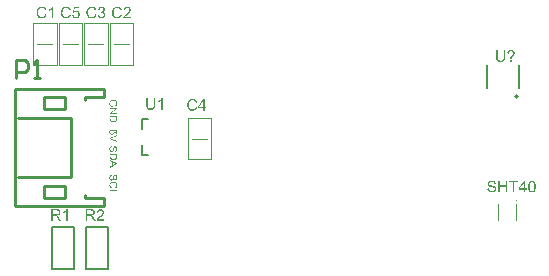
<source format=gbr>
G04*
G04 #@! TF.GenerationSoftware,Altium Limited,Altium Designer,23.0.1 (38)*
G04*
G04 Layer_Color=65535*
%FSLAX24Y24*%
%MOIN*%
G70*
G04*
G04 #@! TF.SameCoordinates,76AA6A9F-6522-488D-AC0F-A5AD469E9F3A*
G04*
G04*
G04 #@! TF.FilePolarity,Positive*
G04*
G01*
G75*
%ADD10C,0.0039*%
%ADD11C,0.0079*%
%ADD12C,0.0050*%
%ADD13C,0.0100*%
G36*
X40237Y38750D02*
X40241D01*
X40245Y38749D01*
X40249Y38749D01*
X40254Y38748D01*
X40259Y38747D01*
X40264Y38746D01*
X40276Y38743D01*
X40288Y38740D01*
X40301Y38734D01*
X40301Y38734D01*
X40302Y38734D01*
X40304Y38733D01*
X40306Y38732D01*
X40309Y38730D01*
X40312Y38728D01*
X40319Y38723D01*
X40327Y38717D01*
X40335Y38709D01*
X40342Y38700D01*
X40346Y38695D01*
X40349Y38690D01*
X40349Y38689D01*
X40350Y38688D01*
X40350Y38687D01*
X40352Y38685D01*
X40353Y38682D01*
X40354Y38678D01*
X40356Y38675D01*
X40357Y38670D01*
X40359Y38665D01*
X40360Y38660D01*
X40361Y38655D01*
X40362Y38649D01*
X40364Y38636D01*
X40365Y38629D01*
Y38617D01*
X40365Y38615D01*
Y38612D01*
X40364Y38605D01*
X40363Y38597D01*
X40361Y38589D01*
X40359Y38580D01*
X40356Y38572D01*
Y38571D01*
X40355Y38571D01*
X40355Y38569D01*
X40354Y38568D01*
X40352Y38564D01*
X40349Y38559D01*
X40346Y38553D01*
X40341Y38547D01*
X40336Y38542D01*
X40331Y38537D01*
X40330Y38536D01*
X40328Y38534D01*
X40324Y38532D01*
X40319Y38529D01*
X40313Y38526D01*
X40306Y38523D01*
X40298Y38519D01*
X40289Y38517D01*
X40281Y38548D01*
X40281D01*
X40281Y38548D01*
X40282Y38548D01*
X40284Y38549D01*
X40287Y38550D01*
X40292Y38551D01*
X40297Y38554D01*
X40302Y38556D01*
X40307Y38559D01*
X40311Y38562D01*
X40312Y38562D01*
X40313Y38564D01*
X40315Y38566D01*
X40318Y38568D01*
X40321Y38572D01*
X40323Y38576D01*
X40326Y38581D01*
X40329Y38586D01*
X40329Y38587D01*
X40330Y38589D01*
X40331Y38592D01*
X40333Y38597D01*
X40334Y38602D01*
X40335Y38608D01*
X40336Y38615D01*
X40336Y38622D01*
Y38626D01*
X40336Y38628D01*
Y38630D01*
X40335Y38635D01*
X40334Y38642D01*
X40333Y38649D01*
X40331Y38655D01*
X40329Y38662D01*
X40328Y38663D01*
X40328Y38665D01*
X40326Y38668D01*
X40324Y38672D01*
X40321Y38676D01*
X40318Y38681D01*
X40314Y38685D01*
X40310Y38689D01*
X40310Y38690D01*
X40308Y38691D01*
X40306Y38693D01*
X40303Y38695D01*
X40299Y38698D01*
X40295Y38700D01*
X40290Y38703D01*
X40285Y38706D01*
X40284D01*
X40284Y38706D01*
X40282Y38706D01*
X40281Y38707D01*
X40278Y38708D01*
X40276Y38709D01*
X40273Y38710D01*
X40269Y38710D01*
X40262Y38712D01*
X40253Y38714D01*
X40244Y38715D01*
X40233Y38715D01*
X40233D01*
X40232D01*
X40230D01*
X40228Y38715D01*
X40225D01*
X40221Y38714D01*
X40217Y38714D01*
X40213Y38714D01*
X40204Y38712D01*
X40194Y38710D01*
X40185Y38707D01*
X40175Y38704D01*
X40175D01*
X40174Y38703D01*
X40173Y38703D01*
X40172Y38702D01*
X40168Y38699D01*
X40163Y38695D01*
X40157Y38690D01*
X40151Y38684D01*
X40146Y38677D01*
X40141Y38669D01*
Y38669D01*
X40141Y38668D01*
X40140Y38667D01*
X40140Y38665D01*
X40139Y38663D01*
X40138Y38661D01*
X40136Y38655D01*
X40134Y38648D01*
X40132Y38639D01*
X40131Y38630D01*
X40130Y38621D01*
Y38618D01*
X40131Y38615D01*
Y38613D01*
X40131Y38608D01*
X40132Y38601D01*
X40134Y38594D01*
X40136Y38586D01*
X40138Y38578D01*
Y38578D01*
X40139Y38577D01*
X40139Y38576D01*
X40140Y38575D01*
X40142Y38571D01*
X40144Y38566D01*
X40147Y38561D01*
X40150Y38556D01*
X40153Y38551D01*
X40157Y38546D01*
X40205D01*
Y38622D01*
X40235D01*
Y38513D01*
X40140D01*
X40140Y38513D01*
X40139Y38514D01*
X40138Y38515D01*
X40137Y38517D01*
X40135Y38519D01*
X40133Y38522D01*
X40131Y38525D01*
X40129Y38529D01*
X40124Y38537D01*
X40119Y38545D01*
X40114Y38555D01*
X40110Y38565D01*
Y38565D01*
X40110Y38566D01*
X40109Y38567D01*
X40109Y38569D01*
X40108Y38572D01*
X40107Y38575D01*
X40106Y38578D01*
X40105Y38581D01*
X40103Y38589D01*
X40101Y38599D01*
X40100Y38609D01*
X40100Y38619D01*
Y38623D01*
X40100Y38625D01*
Y38629D01*
X40101Y38633D01*
X40101Y38637D01*
X40102Y38642D01*
X40104Y38653D01*
X40107Y38664D01*
X40111Y38676D01*
X40113Y38682D01*
X40116Y38688D01*
X40116Y38688D01*
X40117Y38689D01*
X40118Y38691D01*
X40119Y38693D01*
X40121Y38696D01*
X40123Y38698D01*
X40128Y38705D01*
X40134Y38713D01*
X40143Y38720D01*
X40152Y38728D01*
X40163Y38734D01*
X40163D01*
X40164Y38735D01*
X40165Y38736D01*
X40168Y38737D01*
X40171Y38738D01*
X40174Y38739D01*
X40178Y38741D01*
X40183Y38742D01*
X40187Y38744D01*
X40193Y38745D01*
X40198Y38746D01*
X40204Y38747D01*
X40217Y38749D01*
X40231Y38750D01*
X40231D01*
X40233D01*
X40235D01*
X40237Y38750D01*
D02*
G37*
G36*
X40360Y38428D02*
X40159Y38294D01*
X40360D01*
Y38262D01*
X40104D01*
Y38297D01*
X40305Y38431D01*
X40104D01*
Y38463D01*
X40360D01*
Y38428D01*
D02*
G37*
G36*
Y38106D02*
X40360Y38100D01*
X40360Y38092D01*
X40359Y38085D01*
X40358Y38077D01*
X40357Y38071D01*
Y38071D01*
X40356Y38070D01*
Y38069D01*
X40356Y38067D01*
X40355Y38063D01*
X40353Y38058D01*
X40350Y38052D01*
X40347Y38046D01*
X40343Y38040D01*
X40338Y38034D01*
X40338Y38033D01*
X40338Y38033D01*
X40336Y38032D01*
X40335Y38030D01*
X40332Y38027D01*
X40326Y38022D01*
X40320Y38017D01*
X40313Y38012D01*
X40304Y38007D01*
X40295Y38003D01*
X40294D01*
X40294Y38003D01*
X40292Y38002D01*
X40290Y38002D01*
X40287Y38001D01*
X40284Y38000D01*
X40281Y37999D01*
X40277Y37998D01*
X40273Y37997D01*
X40268Y37996D01*
X40258Y37994D01*
X40246Y37993D01*
X40234Y37993D01*
X40233D01*
X40232D01*
X40231D01*
X40229D01*
X40226Y37993D01*
X40223D01*
X40216Y37994D01*
X40208Y37995D01*
X40200Y37996D01*
X40191Y37998D01*
X40182Y38000D01*
X40181D01*
X40181Y38000D01*
X40180Y38001D01*
X40178Y38001D01*
X40174Y38003D01*
X40169Y38005D01*
X40163Y38007D01*
X40157Y38010D01*
X40151Y38014D01*
X40145Y38017D01*
X40144Y38018D01*
X40142Y38019D01*
X40140Y38021D01*
X40136Y38024D01*
X40133Y38028D01*
X40129Y38032D01*
X40125Y38036D01*
X40121Y38041D01*
X40121Y38041D01*
X40120Y38043D01*
X40118Y38046D01*
X40117Y38049D01*
X40114Y38054D01*
X40113Y38059D01*
X40110Y38065D01*
X40109Y38071D01*
Y38072D01*
X40108Y38073D01*
X40108Y38074D01*
X40107Y38078D01*
X40107Y38083D01*
X40106Y38089D01*
X40105Y38096D01*
X40105Y38104D01*
X40104Y38112D01*
Y38205D01*
X40360D01*
Y38106D01*
D02*
G37*
G36*
X40190Y37168D02*
X40189D01*
X40189D01*
X40188Y37168D01*
X40186D01*
X40183Y37167D01*
X40178Y37166D01*
X40173Y37164D01*
X40168Y37163D01*
X40163Y37160D01*
X40158Y37158D01*
X40157Y37157D01*
X40156Y37156D01*
X40153Y37154D01*
X40151Y37152D01*
X40147Y37148D01*
X40144Y37144D01*
X40141Y37138D01*
X40138Y37132D01*
Y37132D01*
X40137Y37132D01*
X40137Y37130D01*
X40137Y37129D01*
X40136Y37126D01*
X40134Y37121D01*
X40133Y37115D01*
X40131Y37108D01*
X40131Y37101D01*
X40130Y37093D01*
Y37089D01*
X40131Y37086D01*
X40131Y37081D01*
X40132Y37076D01*
X40133Y37070D01*
X40134Y37064D01*
X40136Y37059D01*
X40136Y37058D01*
X40137Y37056D01*
X40138Y37053D01*
X40140Y37050D01*
X40143Y37047D01*
X40145Y37043D01*
X40148Y37039D01*
X40152Y37036D01*
X40152Y37036D01*
X40154Y37035D01*
X40156Y37034D01*
X40158Y37033D01*
X40161Y37031D01*
X40165Y37030D01*
X40169Y37029D01*
X40174Y37029D01*
X40174D01*
X40176D01*
X40178Y37029D01*
X40181Y37030D01*
X40184Y37031D01*
X40188Y37032D01*
X40191Y37034D01*
X40195Y37036D01*
X40195Y37037D01*
X40196Y37038D01*
X40198Y37039D01*
X40200Y37042D01*
X40202Y37045D01*
X40205Y37049D01*
X40207Y37054D01*
X40210Y37059D01*
X40210Y37060D01*
X40210Y37062D01*
X40211Y37065D01*
X40212Y37066D01*
X40212Y37069D01*
X40214Y37072D01*
X40214Y37075D01*
X40215Y37079D01*
X40217Y37083D01*
X40218Y37088D01*
X40219Y37093D01*
X40221Y37099D01*
X40222Y37105D01*
Y37105D01*
X40222Y37106D01*
X40223Y37108D01*
X40224Y37110D01*
X40224Y37113D01*
X40225Y37117D01*
X40227Y37124D01*
X40230Y37132D01*
X40232Y37141D01*
X40235Y37148D01*
X40237Y37152D01*
X40238Y37154D01*
Y37155D01*
X40238Y37155D01*
X40240Y37157D01*
X40242Y37161D01*
X40245Y37164D01*
X40248Y37169D01*
X40252Y37173D01*
X40257Y37178D01*
X40262Y37181D01*
X40263Y37182D01*
X40265Y37183D01*
X40268Y37184D01*
X40271Y37186D01*
X40276Y37187D01*
X40282Y37189D01*
X40288Y37190D01*
X40294Y37190D01*
X40294D01*
X40295D01*
X40296D01*
X40297D01*
X40301Y37190D01*
X40306Y37189D01*
X40311Y37188D01*
X40318Y37186D01*
X40324Y37183D01*
X40330Y37180D01*
X40331D01*
X40331Y37179D01*
X40333Y37177D01*
X40336Y37175D01*
X40340Y37172D01*
X40344Y37167D01*
X40348Y37162D01*
X40352Y37155D01*
X40356Y37147D01*
Y37147D01*
X40356Y37146D01*
X40357Y37145D01*
X40358Y37144D01*
X40358Y37142D01*
X40359Y37139D01*
X40360Y37134D01*
X40362Y37127D01*
X40363Y37119D01*
X40365Y37110D01*
X40365Y37100D01*
Y37096D01*
X40365Y37093D01*
Y37090D01*
X40364Y37083D01*
X40363Y37076D01*
X40361Y37068D01*
X40359Y37059D01*
X40356Y37051D01*
Y37050D01*
X40355Y37049D01*
X40355Y37048D01*
X40354Y37047D01*
X40352Y37043D01*
X40349Y37038D01*
X40345Y37033D01*
X40340Y37027D01*
X40335Y37022D01*
X40328Y37017D01*
X40328D01*
X40328Y37017D01*
X40326Y37016D01*
X40325Y37015D01*
X40322Y37014D01*
X40317Y37011D01*
X40311Y37009D01*
X40304Y37007D01*
X40296Y37005D01*
X40288Y37004D01*
X40286Y37037D01*
X40286D01*
X40287D01*
X40288Y37037D01*
X40290Y37038D01*
X40294Y37039D01*
X40299Y37040D01*
X40305Y37042D01*
X40311Y37046D01*
X40317Y37050D01*
X40322Y37055D01*
X40322Y37056D01*
X40324Y37058D01*
X40326Y37061D01*
X40328Y37066D01*
X40331Y37072D01*
X40333Y37080D01*
X40334Y37089D01*
X40335Y37099D01*
Y37105D01*
X40334Y37107D01*
X40334Y37110D01*
X40333Y37116D01*
X40332Y37124D01*
X40330Y37131D01*
X40327Y37138D01*
X40325Y37141D01*
X40323Y37144D01*
X40323Y37145D01*
X40321Y37146D01*
X40319Y37149D01*
X40316Y37151D01*
X40312Y37153D01*
X40307Y37156D01*
X40302Y37157D01*
X40296Y37158D01*
X40295D01*
X40294D01*
X40291Y37157D01*
X40288Y37157D01*
X40285Y37156D01*
X40281Y37154D01*
X40277Y37152D01*
X40274Y37148D01*
X40273Y37148D01*
X40272Y37146D01*
X40271Y37144D01*
X40270Y37143D01*
X40269Y37141D01*
X40268Y37138D01*
X40266Y37135D01*
X40265Y37131D01*
X40264Y37127D01*
X40262Y37122D01*
X40260Y37117D01*
X40258Y37111D01*
X40257Y37105D01*
X40255Y37097D01*
Y37097D01*
X40255Y37095D01*
X40254Y37093D01*
X40254Y37090D01*
X40253Y37087D01*
X40252Y37083D01*
X40251Y37079D01*
X40249Y37075D01*
X40247Y37065D01*
X40244Y37056D01*
X40243Y37051D01*
X40241Y37047D01*
X40240Y37043D01*
X40239Y37041D01*
Y37040D01*
X40238Y37039D01*
X40238Y37038D01*
X40237Y37037D01*
X40235Y37033D01*
X40232Y37028D01*
X40228Y37022D01*
X40223Y37017D01*
X40218Y37012D01*
X40212Y37007D01*
X40212Y37007D01*
X40210Y37005D01*
X40207Y37004D01*
X40202Y37002D01*
X40197Y37000D01*
X40191Y36998D01*
X40184Y36997D01*
X40176Y36997D01*
X40176D01*
X40175D01*
X40174D01*
X40173D01*
X40169Y36997D01*
X40164Y36998D01*
X40158Y36999D01*
X40151Y37001D01*
X40145Y37004D01*
X40138Y37008D01*
X40137D01*
X40137Y37009D01*
X40135Y37011D01*
X40131Y37013D01*
X40128Y37017D01*
X40123Y37022D01*
X40118Y37028D01*
X40114Y37034D01*
X40110Y37042D01*
Y37042D01*
X40110Y37043D01*
X40109Y37044D01*
X40109Y37046D01*
X40108Y37048D01*
X40107Y37051D01*
X40105Y37056D01*
X40103Y37063D01*
X40101Y37072D01*
X40100Y37081D01*
X40100Y37091D01*
Y37097D01*
X40100Y37100D01*
Y37103D01*
X40101Y37107D01*
X40101Y37112D01*
X40103Y37121D01*
X40104Y37130D01*
X40107Y37140D01*
X40110Y37149D01*
Y37150D01*
X40110Y37150D01*
X40111Y37152D01*
X40112Y37153D01*
X40114Y37157D01*
X40117Y37163D01*
X40122Y37169D01*
X40127Y37175D01*
X40133Y37181D01*
X40140Y37186D01*
X40141D01*
X40141Y37187D01*
X40143Y37187D01*
X40144Y37189D01*
X40146Y37189D01*
X40148Y37190D01*
X40154Y37193D01*
X40161Y37196D01*
X40168Y37198D01*
X40177Y37199D01*
X40187Y37200D01*
X40190Y37168D01*
D02*
G37*
G36*
X40360Y36851D02*
X40360Y36845D01*
X40360Y36837D01*
X40359Y36830D01*
X40358Y36823D01*
X40357Y36816D01*
Y36816D01*
X40356Y36815D01*
Y36814D01*
X40356Y36813D01*
X40355Y36809D01*
X40353Y36803D01*
X40350Y36797D01*
X40347Y36791D01*
X40343Y36785D01*
X40338Y36779D01*
X40338Y36779D01*
X40338Y36778D01*
X40336Y36777D01*
X40335Y36776D01*
X40332Y36772D01*
X40326Y36767D01*
X40320Y36763D01*
X40313Y36757D01*
X40304Y36753D01*
X40295Y36749D01*
X40294D01*
X40294Y36748D01*
X40292Y36747D01*
X40290Y36747D01*
X40287Y36746D01*
X40284Y36745D01*
X40281Y36745D01*
X40277Y36743D01*
X40273Y36742D01*
X40268Y36742D01*
X40258Y36740D01*
X40246Y36739D01*
X40234Y36738D01*
X40233D01*
X40232D01*
X40231D01*
X40229D01*
X40226Y36739D01*
X40223D01*
X40216Y36739D01*
X40208Y36740D01*
X40200Y36741D01*
X40191Y36743D01*
X40182Y36745D01*
X40181D01*
X40181Y36746D01*
X40180Y36746D01*
X40178Y36746D01*
X40174Y36748D01*
X40169Y36750D01*
X40163Y36752D01*
X40157Y36755D01*
X40151Y36759D01*
X40145Y36763D01*
X40144Y36763D01*
X40142Y36765D01*
X40140Y36767D01*
X40136Y36770D01*
X40133Y36773D01*
X40129Y36777D01*
X40125Y36781D01*
X40121Y36786D01*
X40121Y36787D01*
X40120Y36788D01*
X40118Y36791D01*
X40117Y36794D01*
X40114Y36799D01*
X40113Y36804D01*
X40110Y36810D01*
X40109Y36817D01*
Y36817D01*
X40108Y36819D01*
X40108Y36820D01*
X40107Y36823D01*
X40107Y36829D01*
X40106Y36834D01*
X40105Y36841D01*
X40105Y36849D01*
X40104Y36858D01*
Y36950D01*
X40360D01*
Y36851D01*
D02*
G37*
G36*
Y36622D02*
Y36585D01*
X40104Y36480D01*
Y36519D01*
X40182Y36549D01*
Y36656D01*
X40104Y36684D01*
Y36720D01*
X40360Y36622D01*
D02*
G37*
G36*
X40174Y37717D02*
X40174D01*
X40173D01*
X40172Y37717D01*
X40170Y37716D01*
X40166Y37715D01*
X40160Y37714D01*
X40155Y37712D01*
X40148Y37709D01*
X40143Y37705D01*
X40138Y37700D01*
X40137Y37700D01*
X40136Y37698D01*
X40134Y37695D01*
X40132Y37691D01*
X40130Y37687D01*
X40128Y37681D01*
X40126Y37675D01*
X40126Y37668D01*
Y37666D01*
X40126Y37664D01*
X40127Y37660D01*
X40128Y37655D01*
X40130Y37648D01*
X40133Y37642D01*
X40137Y37635D01*
X40140Y37632D01*
X40143Y37629D01*
X40143Y37629D01*
X40144Y37629D01*
X40145Y37628D01*
X40146Y37627D01*
X40150Y37624D01*
X40155Y37621D01*
X40161Y37619D01*
X40169Y37616D01*
X40178Y37614D01*
X40183Y37613D01*
X40188D01*
X40189D01*
X40190D01*
X40191D01*
X40193Y37614D01*
X40195D01*
X40198Y37614D01*
X40204Y37615D01*
X40211Y37617D01*
X40218Y37620D01*
X40224Y37623D01*
X40231Y37629D01*
X40231D01*
X40231Y37629D01*
X40233Y37631D01*
X40236Y37635D01*
X40239Y37639D01*
X40241Y37645D01*
X40244Y37652D01*
X40246Y37659D01*
X40247Y37664D01*
Y37671D01*
X40246Y37674D01*
X40246Y37677D01*
X40245Y37682D01*
X40244Y37686D01*
X40242Y37691D01*
X40239Y37696D01*
X40239Y37696D01*
X40238Y37698D01*
X40237Y37700D01*
X40235Y37703D01*
X40232Y37706D01*
X40229Y37709D01*
X40225Y37712D01*
X40221Y37715D01*
X40225Y37744D01*
X40357Y37720D01*
Y37592D01*
X40327D01*
Y37695D01*
X40258Y37709D01*
X40258Y37708D01*
X40259Y37707D01*
X40259Y37706D01*
X40261Y37704D01*
X40262Y37702D01*
X40263Y37700D01*
X40266Y37694D01*
X40269Y37686D01*
X40272Y37678D01*
X40274Y37669D01*
X40274Y37665D01*
Y37657D01*
X40274Y37655D01*
X40274Y37652D01*
X40273Y37648D01*
X40272Y37645D01*
X40271Y37640D01*
X40269Y37632D01*
X40267Y37627D01*
X40264Y37622D01*
X40262Y37617D01*
X40259Y37612D01*
X40255Y37608D01*
X40251Y37603D01*
X40251Y37603D01*
X40250Y37602D01*
X40249Y37601D01*
X40247Y37600D01*
X40244Y37598D01*
X40242Y37596D01*
X40238Y37594D01*
X40235Y37592D01*
X40231Y37590D01*
X40226Y37588D01*
X40221Y37586D01*
X40216Y37584D01*
X40210Y37582D01*
X40204Y37581D01*
X40198Y37581D01*
X40191Y37580D01*
X40191D01*
X40190D01*
X40188D01*
X40185Y37581D01*
X40182Y37581D01*
X40179Y37581D01*
X40175Y37582D01*
X40171Y37583D01*
X40161Y37585D01*
X40151Y37589D01*
X40146Y37591D01*
X40141Y37594D01*
X40136Y37597D01*
X40131Y37601D01*
X40131Y37601D01*
X40130Y37602D01*
X40128Y37603D01*
X40126Y37605D01*
X40124Y37608D01*
X40121Y37611D01*
X40118Y37614D01*
X40116Y37618D01*
X40113Y37623D01*
X40110Y37628D01*
X40107Y37633D01*
X40105Y37639D01*
X40103Y37646D01*
X40101Y37653D01*
X40100Y37660D01*
X40100Y37668D01*
Y37671D01*
X40100Y37674D01*
X40101Y37677D01*
X40101Y37680D01*
X40101Y37684D01*
X40103Y37688D01*
X40105Y37697D01*
X40108Y37707D01*
X40110Y37712D01*
X40113Y37716D01*
X40116Y37721D01*
X40119Y37725D01*
X40120Y37726D01*
X40120Y37726D01*
X40121Y37727D01*
X40123Y37729D01*
X40125Y37730D01*
X40127Y37732D01*
X40130Y37734D01*
X40133Y37736D01*
X40137Y37739D01*
X40141Y37741D01*
X40150Y37745D01*
X40160Y37748D01*
X40165Y37749D01*
X40171Y37750D01*
X40174Y37717D01*
D02*
G37*
G36*
X40360Y37528D02*
X40174Y37461D01*
X40174D01*
X40173Y37461D01*
X40172Y37460D01*
X40171Y37460D01*
X40168Y37459D01*
X40166Y37458D01*
X40161Y37457D01*
X40154Y37454D01*
X40147Y37452D01*
X40133Y37448D01*
X40133D01*
X40134Y37447D01*
X40135Y37447D01*
X40136Y37447D01*
X40140Y37445D01*
X40146Y37444D01*
X40152Y37442D01*
X40159Y37440D01*
X40167Y37437D01*
X40174Y37434D01*
X40360Y37364D01*
Y37330D01*
X40104Y37430D01*
Y37465D01*
X40360Y37565D01*
Y37528D01*
D02*
G37*
G36*
X40190Y36218D02*
X40189D01*
X40189D01*
X40188Y36218D01*
X40186D01*
X40183Y36217D01*
X40178Y36216D01*
X40173Y36214D01*
X40168Y36213D01*
X40163Y36210D01*
X40158Y36208D01*
X40157Y36207D01*
X40156Y36206D01*
X40153Y36204D01*
X40151Y36202D01*
X40147Y36198D01*
X40144Y36194D01*
X40141Y36188D01*
X40138Y36182D01*
Y36182D01*
X40137Y36182D01*
X40137Y36180D01*
X40137Y36179D01*
X40136Y36176D01*
X40134Y36171D01*
X40133Y36165D01*
X40131Y36158D01*
X40131Y36151D01*
X40130Y36143D01*
Y36139D01*
X40131Y36136D01*
X40131Y36131D01*
X40132Y36126D01*
X40133Y36120D01*
X40134Y36114D01*
X40136Y36109D01*
X40136Y36108D01*
X40137Y36106D01*
X40138Y36103D01*
X40140Y36100D01*
X40143Y36097D01*
X40145Y36093D01*
X40148Y36089D01*
X40152Y36086D01*
X40152Y36086D01*
X40154Y36085D01*
X40156Y36084D01*
X40158Y36083D01*
X40161Y36081D01*
X40165Y36080D01*
X40169Y36079D01*
X40174Y36079D01*
X40174D01*
X40176D01*
X40178Y36079D01*
X40181Y36080D01*
X40184Y36081D01*
X40188Y36082D01*
X40191Y36084D01*
X40195Y36086D01*
X40195Y36087D01*
X40196Y36088D01*
X40198Y36089D01*
X40200Y36092D01*
X40202Y36095D01*
X40205Y36099D01*
X40207Y36104D01*
X40210Y36109D01*
X40210Y36110D01*
X40210Y36112D01*
X40211Y36115D01*
X40212Y36116D01*
X40212Y36119D01*
X40214Y36122D01*
X40214Y36125D01*
X40215Y36129D01*
X40217Y36133D01*
X40218Y36138D01*
X40219Y36143D01*
X40221Y36149D01*
X40222Y36155D01*
Y36155D01*
X40222Y36156D01*
X40223Y36158D01*
X40224Y36160D01*
X40224Y36163D01*
X40225Y36167D01*
X40227Y36174D01*
X40230Y36182D01*
X40232Y36191D01*
X40235Y36198D01*
X40237Y36202D01*
X40238Y36204D01*
Y36205D01*
X40238Y36205D01*
X40240Y36207D01*
X40242Y36211D01*
X40245Y36214D01*
X40248Y36219D01*
X40252Y36223D01*
X40257Y36228D01*
X40262Y36232D01*
X40263Y36232D01*
X40265Y36233D01*
X40268Y36234D01*
X40271Y36236D01*
X40276Y36237D01*
X40282Y36239D01*
X40288Y36240D01*
X40294Y36240D01*
X40294D01*
X40295D01*
X40296D01*
X40297D01*
X40301Y36240D01*
X40306Y36239D01*
X40311Y36238D01*
X40318Y36236D01*
X40324Y36233D01*
X40330Y36230D01*
X40331D01*
X40331Y36229D01*
X40333Y36227D01*
X40336Y36225D01*
X40340Y36222D01*
X40344Y36217D01*
X40348Y36212D01*
X40352Y36205D01*
X40356Y36197D01*
Y36197D01*
X40356Y36196D01*
X40357Y36195D01*
X40358Y36194D01*
X40358Y36192D01*
X40359Y36189D01*
X40360Y36184D01*
X40362Y36177D01*
X40363Y36169D01*
X40365Y36160D01*
X40365Y36150D01*
Y36146D01*
X40365Y36143D01*
Y36140D01*
X40364Y36133D01*
X40363Y36126D01*
X40361Y36118D01*
X40359Y36109D01*
X40356Y36101D01*
Y36100D01*
X40355Y36099D01*
X40355Y36098D01*
X40354Y36097D01*
X40352Y36093D01*
X40349Y36088D01*
X40345Y36083D01*
X40340Y36077D01*
X40335Y36072D01*
X40328Y36067D01*
X40328D01*
X40328Y36067D01*
X40326Y36066D01*
X40325Y36065D01*
X40322Y36064D01*
X40317Y36061D01*
X40311Y36059D01*
X40304Y36057D01*
X40296Y36055D01*
X40288Y36054D01*
X40286Y36087D01*
X40286D01*
X40287D01*
X40288Y36087D01*
X40290Y36088D01*
X40294Y36089D01*
X40299Y36090D01*
X40305Y36092D01*
X40311Y36096D01*
X40317Y36100D01*
X40322Y36105D01*
X40322Y36106D01*
X40324Y36108D01*
X40326Y36111D01*
X40328Y36116D01*
X40331Y36122D01*
X40333Y36130D01*
X40334Y36139D01*
X40335Y36149D01*
Y36155D01*
X40334Y36157D01*
X40334Y36160D01*
X40333Y36166D01*
X40332Y36174D01*
X40330Y36181D01*
X40327Y36188D01*
X40325Y36191D01*
X40323Y36194D01*
X40323Y36195D01*
X40321Y36196D01*
X40319Y36199D01*
X40316Y36201D01*
X40312Y36203D01*
X40307Y36206D01*
X40302Y36207D01*
X40296Y36208D01*
X40295D01*
X40294D01*
X40291Y36207D01*
X40288Y36207D01*
X40285Y36206D01*
X40281Y36204D01*
X40277Y36202D01*
X40274Y36198D01*
X40273Y36198D01*
X40272Y36196D01*
X40271Y36195D01*
X40270Y36193D01*
X40269Y36191D01*
X40268Y36188D01*
X40266Y36185D01*
X40265Y36181D01*
X40264Y36177D01*
X40262Y36172D01*
X40260Y36167D01*
X40258Y36161D01*
X40257Y36155D01*
X40255Y36147D01*
Y36147D01*
X40255Y36145D01*
X40254Y36143D01*
X40254Y36140D01*
X40253Y36137D01*
X40252Y36133D01*
X40251Y36129D01*
X40249Y36125D01*
X40247Y36115D01*
X40244Y36106D01*
X40243Y36101D01*
X40241Y36097D01*
X40240Y36093D01*
X40239Y36091D01*
Y36090D01*
X40238Y36089D01*
X40238Y36088D01*
X40237Y36087D01*
X40235Y36083D01*
X40232Y36078D01*
X40228Y36072D01*
X40223Y36067D01*
X40218Y36062D01*
X40212Y36057D01*
X40212Y36057D01*
X40210Y36055D01*
X40207Y36054D01*
X40202Y36052D01*
X40197Y36050D01*
X40191Y36048D01*
X40184Y36047D01*
X40176Y36047D01*
X40176D01*
X40175D01*
X40174D01*
X40173D01*
X40169Y36047D01*
X40164Y36048D01*
X40158Y36049D01*
X40151Y36051D01*
X40145Y36054D01*
X40138Y36058D01*
X40137D01*
X40137Y36059D01*
X40135Y36061D01*
X40131Y36063D01*
X40128Y36067D01*
X40123Y36072D01*
X40118Y36078D01*
X40114Y36084D01*
X40110Y36092D01*
Y36092D01*
X40110Y36093D01*
X40109Y36094D01*
X40109Y36096D01*
X40108Y36098D01*
X40107Y36101D01*
X40105Y36106D01*
X40103Y36113D01*
X40101Y36122D01*
X40100Y36131D01*
X40100Y36141D01*
Y36147D01*
X40100Y36150D01*
Y36153D01*
X40101Y36157D01*
X40101Y36162D01*
X40103Y36171D01*
X40104Y36180D01*
X40107Y36190D01*
X40110Y36199D01*
Y36200D01*
X40110Y36200D01*
X40111Y36202D01*
X40112Y36203D01*
X40114Y36207D01*
X40117Y36213D01*
X40122Y36219D01*
X40127Y36225D01*
X40133Y36231D01*
X40140Y36236D01*
X40141D01*
X40141Y36237D01*
X40143Y36237D01*
X40144Y36239D01*
X40146Y36239D01*
X40148Y36240D01*
X40154Y36243D01*
X40161Y36246D01*
X40168Y36248D01*
X40177Y36249D01*
X40187Y36250D01*
X40190Y36218D01*
D02*
G37*
G36*
X40241Y36010D02*
X40245D01*
X40248Y36009D01*
X40253Y36009D01*
X40258Y36008D01*
X40269Y36006D01*
X40281Y36004D01*
X40292Y36000D01*
X40304Y35995D01*
X40304Y35994D01*
X40305Y35994D01*
X40307Y35993D01*
X40309Y35992D01*
X40311Y35990D01*
X40314Y35988D01*
X40321Y35984D01*
X40328Y35977D01*
X40336Y35970D01*
X40343Y35961D01*
X40349Y35951D01*
X40350Y35951D01*
X40350Y35950D01*
X40351Y35948D01*
X40352Y35947D01*
X40353Y35944D01*
X40354Y35941D01*
X40356Y35937D01*
X40357Y35933D01*
X40359Y35928D01*
X40360Y35924D01*
X40362Y35913D01*
X40364Y35901D01*
X40365Y35889D01*
Y35886D01*
X40365Y35883D01*
X40364Y35880D01*
X40364Y35876D01*
X40363Y35871D01*
X40362Y35867D01*
X40360Y35857D01*
X40357Y35846D01*
X40355Y35840D01*
X40352Y35835D01*
X40349Y35830D01*
X40345Y35824D01*
X40345Y35824D01*
X40345Y35823D01*
X40343Y35822D01*
X40342Y35820D01*
X40340Y35818D01*
X40337Y35816D01*
X40334Y35813D01*
X40331Y35810D01*
X40328Y35807D01*
X40323Y35804D01*
X40319Y35801D01*
X40314Y35798D01*
X40308Y35795D01*
X40303Y35792D01*
X40297Y35790D01*
X40290Y35788D01*
X40282Y35821D01*
X40283D01*
X40284Y35822D01*
X40285Y35822D01*
X40287Y35823D01*
X40289Y35824D01*
X40292Y35825D01*
X40298Y35828D01*
X40305Y35832D01*
X40311Y35836D01*
X40318Y35842D01*
X40323Y35847D01*
X40324Y35848D01*
X40325Y35850D01*
X40327Y35854D01*
X40330Y35859D01*
X40332Y35865D01*
X40334Y35872D01*
X40336Y35881D01*
X40336Y35890D01*
Y35893D01*
X40336Y35895D01*
Y35897D01*
X40335Y35900D01*
X40334Y35907D01*
X40333Y35915D01*
X40330Y35923D01*
X40326Y35932D01*
X40322Y35940D01*
Y35940D01*
X40321Y35940D01*
X40319Y35943D01*
X40316Y35946D01*
X40312Y35950D01*
X40306Y35955D01*
X40300Y35960D01*
X40292Y35964D01*
X40284Y35967D01*
X40283D01*
X40282Y35968D01*
X40281Y35968D01*
X40279Y35968D01*
X40277Y35969D01*
X40275Y35970D01*
X40268Y35971D01*
X40261Y35972D01*
X40253Y35974D01*
X40244Y35975D01*
X40234Y35975D01*
X40234D01*
X40233D01*
X40231D01*
X40229D01*
X40226Y35975D01*
X40223D01*
X40219Y35974D01*
X40215Y35974D01*
X40206Y35973D01*
X40197Y35971D01*
X40187Y35969D01*
X40177Y35966D01*
X40177D01*
X40176Y35965D01*
X40175Y35965D01*
X40173Y35964D01*
X40169Y35962D01*
X40164Y35958D01*
X40158Y35954D01*
X40151Y35949D01*
X40146Y35943D01*
X40141Y35936D01*
Y35936D01*
X40140Y35935D01*
X40140Y35934D01*
X40139Y35933D01*
X40138Y35931D01*
X40137Y35928D01*
X40135Y35923D01*
X40133Y35917D01*
X40131Y35909D01*
X40129Y35901D01*
X40129Y35893D01*
Y35890D01*
X40129Y35888D01*
Y35885D01*
X40130Y35883D01*
X40131Y35876D01*
X40133Y35868D01*
X40136Y35860D01*
X40140Y35852D01*
X40142Y35848D01*
X40145Y35844D01*
X40146Y35844D01*
X40146Y35844D01*
X40147Y35843D01*
X40148Y35841D01*
X40150Y35840D01*
X40152Y35838D01*
X40154Y35836D01*
X40157Y35834D01*
X40161Y35832D01*
X40164Y35829D01*
X40168Y35827D01*
X40173Y35824D01*
X40177Y35823D01*
X40183Y35821D01*
X40188Y35819D01*
X40194Y35817D01*
X40185Y35783D01*
X40185D01*
X40184Y35784D01*
X40181Y35785D01*
X40178Y35786D01*
X40175Y35787D01*
X40171Y35788D01*
X40167Y35790D01*
X40162Y35792D01*
X40151Y35797D01*
X40141Y35804D01*
X40136Y35808D01*
X40131Y35812D01*
X40126Y35817D01*
X40122Y35822D01*
X40121Y35822D01*
X40121Y35823D01*
X40120Y35825D01*
X40118Y35827D01*
X40117Y35830D01*
X40115Y35833D01*
X40113Y35837D01*
X40111Y35841D01*
X40109Y35846D01*
X40107Y35851D01*
X40105Y35856D01*
X40103Y35862D01*
X40102Y35869D01*
X40101Y35875D01*
X40100Y35882D01*
X40100Y35890D01*
Y35894D01*
X40100Y35897D01*
Y35900D01*
X40101Y35904D01*
X40101Y35908D01*
X40102Y35914D01*
X40104Y35924D01*
X40107Y35935D01*
X40111Y35947D01*
X40114Y35952D01*
X40117Y35957D01*
X40117Y35957D01*
X40117Y35958D01*
X40118Y35960D01*
X40120Y35961D01*
X40121Y35963D01*
X40124Y35966D01*
X40126Y35969D01*
X40129Y35972D01*
X40133Y35975D01*
X40136Y35978D01*
X40144Y35985D01*
X40154Y35991D01*
X40165Y35997D01*
X40166D01*
X40167Y35997D01*
X40169Y35998D01*
X40171Y35999D01*
X40174Y36000D01*
X40178Y36001D01*
X40182Y36002D01*
X40186Y36003D01*
X40191Y36004D01*
X40197Y36006D01*
X40208Y36008D01*
X40221Y36009D01*
X40234Y36010D01*
X40235D01*
X40236D01*
X40238D01*
X40241Y36010D01*
D02*
G37*
G36*
X40360Y35709D02*
X40135D01*
Y35583D01*
X40104D01*
Y35743D01*
X40360D01*
Y35709D01*
D02*
G37*
G36*
X39523Y41848D02*
X39528Y41848D01*
X39534Y41847D01*
X39540Y41846D01*
X39547Y41845D01*
X39562Y41841D01*
X39579Y41836D01*
X39587Y41833D01*
X39595Y41829D01*
X39603Y41824D01*
X39611Y41819D01*
X39611Y41819D01*
X39612Y41818D01*
X39614Y41817D01*
X39617Y41814D01*
X39620Y41811D01*
X39624Y41807D01*
X39628Y41803D01*
X39632Y41798D01*
X39637Y41793D01*
X39641Y41786D01*
X39646Y41779D01*
X39651Y41772D01*
X39654Y41764D01*
X39659Y41755D01*
X39662Y41747D01*
X39666Y41737D01*
X39616Y41725D01*
Y41725D01*
X39615Y41727D01*
X39614Y41729D01*
X39613Y41732D01*
X39612Y41735D01*
X39610Y41739D01*
X39606Y41748D01*
X39600Y41758D01*
X39593Y41768D01*
X39585Y41778D01*
X39576Y41786D01*
X39575Y41787D01*
X39572Y41789D01*
X39566Y41792D01*
X39559Y41796D01*
X39550Y41799D01*
X39539Y41803D01*
X39526Y41805D01*
X39512Y41805D01*
X39508D01*
X39505Y41805D01*
X39501D01*
X39497Y41804D01*
X39486Y41803D01*
X39475Y41800D01*
X39462Y41797D01*
X39450Y41791D01*
X39438Y41784D01*
X39437D01*
X39437Y41783D01*
X39433Y41780D01*
X39428Y41775D01*
X39422Y41769D01*
X39415Y41760D01*
X39408Y41751D01*
X39402Y41739D01*
X39396Y41727D01*
Y41726D01*
X39396Y41725D01*
X39395Y41723D01*
X39395Y41720D01*
X39394Y41717D01*
X39392Y41713D01*
X39391Y41704D01*
X39389Y41693D01*
X39386Y41681D01*
X39385Y41667D01*
X39385Y41653D01*
Y41652D01*
Y41651D01*
Y41648D01*
Y41644D01*
X39385Y41641D01*
Y41636D01*
X39386Y41630D01*
X39386Y41624D01*
X39388Y41611D01*
X39391Y41596D01*
X39394Y41582D01*
X39399Y41567D01*
Y41567D01*
X39399Y41566D01*
X39400Y41564D01*
X39401Y41561D01*
X39405Y41555D01*
X39410Y41547D01*
X39416Y41538D01*
X39424Y41528D01*
X39432Y41520D01*
X39443Y41512D01*
X39444D01*
X39445Y41512D01*
X39446Y41511D01*
X39449Y41510D01*
X39451Y41508D01*
X39455Y41507D01*
X39462Y41503D01*
X39472Y41500D01*
X39483Y41497D01*
X39496Y41495D01*
X39508Y41495D01*
X39512D01*
X39516Y41495D01*
X39520D01*
X39523Y41496D01*
X39533Y41498D01*
X39545Y41501D01*
X39557Y41505D01*
X39569Y41511D01*
X39575Y41515D01*
X39581Y41519D01*
X39581Y41520D01*
X39582Y41520D01*
X39583Y41522D01*
X39586Y41523D01*
X39588Y41526D01*
X39591Y41530D01*
X39594Y41533D01*
X39597Y41537D01*
X39600Y41542D01*
X39604Y41548D01*
X39607Y41553D01*
X39611Y41560D01*
X39613Y41567D01*
X39616Y41575D01*
X39619Y41583D01*
X39621Y41592D01*
X39672Y41580D01*
Y41579D01*
X39672Y41577D01*
X39671Y41573D01*
X39669Y41569D01*
X39667Y41564D01*
X39665Y41558D01*
X39662Y41551D01*
X39659Y41544D01*
X39651Y41528D01*
X39641Y41513D01*
X39635Y41505D01*
X39629Y41497D01*
X39622Y41491D01*
X39614Y41484D01*
X39614Y41483D01*
X39613Y41482D01*
X39610Y41481D01*
X39607Y41479D01*
X39603Y41476D01*
X39598Y41474D01*
X39592Y41471D01*
X39586Y41468D01*
X39579Y41465D01*
X39571Y41462D01*
X39563Y41459D01*
X39554Y41456D01*
X39545Y41454D01*
X39535Y41453D01*
X39524Y41452D01*
X39513Y41451D01*
X39507D01*
X39502Y41452D01*
X39497D01*
X39491Y41452D01*
X39485Y41454D01*
X39477Y41455D01*
X39461Y41457D01*
X39444Y41462D01*
X39427Y41468D01*
X39420Y41472D01*
X39412Y41476D01*
X39411Y41477D01*
X39410Y41477D01*
X39408Y41479D01*
X39406Y41481D01*
X39402Y41483D01*
X39399Y41487D01*
X39394Y41491D01*
X39390Y41495D01*
X39385Y41500D01*
X39380Y41505D01*
X39370Y41518D01*
X39361Y41533D01*
X39353Y41550D01*
Y41550D01*
X39351Y41552D01*
X39351Y41555D01*
X39349Y41558D01*
X39348Y41562D01*
X39346Y41568D01*
X39344Y41574D01*
X39343Y41581D01*
X39341Y41588D01*
X39339Y41596D01*
X39336Y41613D01*
X39334Y41633D01*
X39333Y41653D01*
Y41653D01*
Y41656D01*
Y41659D01*
X39333Y41663D01*
Y41668D01*
X39334Y41674D01*
X39334Y41681D01*
X39335Y41688D01*
X39338Y41704D01*
X39342Y41722D01*
X39348Y41740D01*
X39355Y41757D01*
X39356Y41758D01*
X39356Y41759D01*
X39358Y41762D01*
X39360Y41764D01*
X39362Y41768D01*
X39365Y41773D01*
X39372Y41783D01*
X39381Y41794D01*
X39392Y41805D01*
X39405Y41816D01*
X39420Y41825D01*
X39421Y41826D01*
X39422Y41826D01*
X39425Y41828D01*
X39427Y41829D01*
X39432Y41831D01*
X39436Y41833D01*
X39442Y41835D01*
X39448Y41837D01*
X39455Y41839D01*
X39462Y41841D01*
X39477Y41845D01*
X39495Y41848D01*
X39513Y41849D01*
X39519D01*
X39523Y41848D01*
D02*
G37*
G36*
X39848Y41843D02*
X39855Y41842D01*
X39864Y41840D01*
X39874Y41838D01*
X39884Y41834D01*
X39894Y41830D01*
X39894D01*
X39895Y41829D01*
X39898Y41828D01*
X39903Y41824D01*
X39909Y41820D01*
X39915Y41815D01*
X39922Y41809D01*
X39929Y41802D01*
X39934Y41793D01*
X39935Y41792D01*
X39936Y41789D01*
X39939Y41784D01*
X39941Y41778D01*
X39944Y41771D01*
X39946Y41763D01*
X39948Y41753D01*
X39949Y41744D01*
Y41743D01*
Y41739D01*
X39948Y41735D01*
X39947Y41729D01*
X39945Y41722D01*
X39942Y41714D01*
X39939Y41706D01*
X39935Y41698D01*
X39934Y41697D01*
X39932Y41695D01*
X39929Y41691D01*
X39925Y41687D01*
X39919Y41682D01*
X39913Y41676D01*
X39905Y41671D01*
X39895Y41666D01*
X39896D01*
X39897Y41666D01*
X39899Y41665D01*
X39901Y41664D01*
X39907Y41662D01*
X39915Y41659D01*
X39924Y41654D01*
X39932Y41649D01*
X39941Y41642D01*
X39949Y41633D01*
X39949Y41632D01*
X39951Y41629D01*
X39955Y41623D01*
X39958Y41616D01*
X39961Y41607D01*
X39965Y41597D01*
X39967Y41585D01*
X39967Y41571D01*
Y41571D01*
Y41569D01*
Y41566D01*
X39967Y41563D01*
X39966Y41558D01*
X39965Y41553D01*
X39964Y41548D01*
X39963Y41542D01*
X39959Y41528D01*
X39955Y41521D01*
X39952Y41515D01*
X39947Y41507D01*
X39942Y41500D01*
X39937Y41493D01*
X39930Y41486D01*
X39930Y41486D01*
X39929Y41485D01*
X39926Y41483D01*
X39924Y41481D01*
X39920Y41478D01*
X39916Y41475D01*
X39911Y41472D01*
X39905Y41469D01*
X39899Y41466D01*
X39891Y41462D01*
X39884Y41460D01*
X39876Y41457D01*
X39867Y41455D01*
X39858Y41453D01*
X39848Y41452D01*
X39838Y41451D01*
X39833D01*
X39829Y41452D01*
X39825Y41452D01*
X39820Y41453D01*
X39814Y41454D01*
X39808Y41455D01*
X39795Y41459D01*
X39781Y41464D01*
X39774Y41467D01*
X39767Y41471D01*
X39760Y41476D01*
X39754Y41481D01*
X39753Y41482D01*
X39752Y41483D01*
X39750Y41485D01*
X39749Y41487D01*
X39746Y41490D01*
X39743Y41493D01*
X39740Y41497D01*
X39737Y41502D01*
X39733Y41508D01*
X39730Y41513D01*
X39724Y41527D01*
X39719Y41542D01*
X39717Y41551D01*
X39716Y41560D01*
X39763Y41566D01*
Y41565D01*
X39764Y41564D01*
X39764Y41562D01*
X39765Y41559D01*
X39765Y41556D01*
X39767Y41552D01*
X39769Y41543D01*
X39773Y41533D01*
X39778Y41524D01*
X39784Y41515D01*
X39790Y41507D01*
X39792Y41507D01*
X39794Y41505D01*
X39798Y41502D01*
X39804Y41499D01*
X39810Y41496D01*
X39819Y41493D01*
X39828Y41491D01*
X39838Y41490D01*
X39841D01*
X39844Y41491D01*
X39850Y41491D01*
X39858Y41493D01*
X39866Y41496D01*
X39876Y41500D01*
X39885Y41505D01*
X39894Y41513D01*
X39895Y41514D01*
X39898Y41517D01*
X39901Y41522D01*
X39906Y41529D01*
X39910Y41537D01*
X39914Y41547D01*
X39916Y41558D01*
X39918Y41570D01*
Y41571D01*
Y41572D01*
Y41573D01*
X39917Y41576D01*
X39916Y41582D01*
X39915Y41589D01*
X39913Y41598D01*
X39909Y41607D01*
X39903Y41616D01*
X39896Y41624D01*
X39895Y41625D01*
X39892Y41627D01*
X39888Y41631D01*
X39881Y41634D01*
X39874Y41638D01*
X39864Y41642D01*
X39854Y41644D01*
X39842Y41645D01*
X39837D01*
X39833Y41644D01*
X39828Y41644D01*
X39823Y41643D01*
X39816Y41642D01*
X39809Y41640D01*
X39814Y41682D01*
X39817D01*
X39819Y41681D01*
X39826D01*
X39833Y41682D01*
X39840Y41683D01*
X39848Y41685D01*
X39858Y41688D01*
X39866Y41692D01*
X39876Y41697D01*
X39876D01*
X39877Y41697D01*
X39880Y41699D01*
X39884Y41703D01*
X39888Y41708D01*
X39893Y41715D01*
X39896Y41724D01*
X39899Y41733D01*
X39900Y41739D01*
Y41745D01*
Y41745D01*
Y41746D01*
Y41749D01*
X39899Y41754D01*
X39898Y41760D01*
X39896Y41767D01*
X39893Y41774D01*
X39889Y41781D01*
X39883Y41788D01*
X39882Y41788D01*
X39879Y41790D01*
X39875Y41793D01*
X39870Y41797D01*
X39864Y41799D01*
X39856Y41802D01*
X39847Y41804D01*
X39837Y41805D01*
X39833D01*
X39828Y41804D01*
X39821Y41803D01*
X39814Y41800D01*
X39807Y41798D01*
X39799Y41793D01*
X39792Y41788D01*
X39791Y41787D01*
X39789Y41784D01*
X39785Y41780D01*
X39782Y41775D01*
X39778Y41768D01*
X39774Y41759D01*
X39770Y41748D01*
X39768Y41736D01*
X39721Y41744D01*
Y41745D01*
X39722Y41747D01*
X39722Y41749D01*
X39723Y41752D01*
X39724Y41756D01*
X39725Y41760D01*
X39729Y41771D01*
X39734Y41783D01*
X39741Y41795D01*
X39749Y41807D01*
X39760Y41818D01*
X39760Y41818D01*
X39762Y41819D01*
X39763Y41820D01*
X39765Y41821D01*
X39768Y41824D01*
X39772Y41826D01*
X39776Y41828D01*
X39781Y41831D01*
X39792Y41835D01*
X39805Y41840D01*
X39820Y41843D01*
X39828Y41844D01*
X39841D01*
X39848Y41843D01*
D02*
G37*
G36*
X40375Y41848D02*
X40380Y41848D01*
X40386Y41847D01*
X40392Y41846D01*
X40399Y41845D01*
X40414Y41841D01*
X40431Y41836D01*
X40439Y41833D01*
X40447Y41829D01*
X40455Y41824D01*
X40463Y41819D01*
X40463Y41819D01*
X40464Y41818D01*
X40466Y41817D01*
X40469Y41814D01*
X40472Y41811D01*
X40476Y41807D01*
X40480Y41803D01*
X40484Y41798D01*
X40489Y41793D01*
X40493Y41786D01*
X40498Y41779D01*
X40503Y41772D01*
X40506Y41764D01*
X40511Y41755D01*
X40514Y41747D01*
X40517Y41737D01*
X40468Y41725D01*
Y41725D01*
X40467Y41727D01*
X40466Y41729D01*
X40465Y41732D01*
X40464Y41735D01*
X40462Y41739D01*
X40458Y41748D01*
X40452Y41758D01*
X40445Y41768D01*
X40437Y41778D01*
X40428Y41786D01*
X40427Y41787D01*
X40424Y41789D01*
X40418Y41792D01*
X40411Y41796D01*
X40401Y41799D01*
X40391Y41803D01*
X40378Y41805D01*
X40364Y41805D01*
X40360D01*
X40357Y41805D01*
X40353D01*
X40349Y41804D01*
X40338Y41803D01*
X40327Y41800D01*
X40314Y41797D01*
X40302Y41791D01*
X40290Y41784D01*
X40289D01*
X40289Y41783D01*
X40285Y41780D01*
X40280Y41775D01*
X40274Y41769D01*
X40267Y41760D01*
X40260Y41751D01*
X40254Y41739D01*
X40248Y41727D01*
Y41726D01*
X40248Y41725D01*
X40247Y41723D01*
X40247Y41720D01*
X40246Y41717D01*
X40244Y41713D01*
X40243Y41704D01*
X40241Y41693D01*
X40238Y41681D01*
X40237Y41667D01*
X40237Y41653D01*
Y41652D01*
Y41651D01*
Y41648D01*
Y41644D01*
X40237Y41641D01*
Y41636D01*
X40238Y41630D01*
X40238Y41624D01*
X40240Y41611D01*
X40243Y41596D01*
X40246Y41582D01*
X40251Y41567D01*
Y41567D01*
X40251Y41566D01*
X40252Y41564D01*
X40253Y41561D01*
X40257Y41555D01*
X40262Y41547D01*
X40268Y41538D01*
X40276Y41528D01*
X40284Y41520D01*
X40295Y41512D01*
X40295D01*
X40297Y41512D01*
X40298Y41511D01*
X40300Y41510D01*
X40303Y41508D01*
X40307Y41507D01*
X40314Y41503D01*
X40324Y41500D01*
X40335Y41497D01*
X40348Y41495D01*
X40360Y41495D01*
X40364D01*
X40368Y41495D01*
X40372D01*
X40375Y41496D01*
X40385Y41498D01*
X40397Y41501D01*
X40409Y41505D01*
X40421Y41511D01*
X40427Y41515D01*
X40433Y41519D01*
X40433Y41520D01*
X40434Y41520D01*
X40435Y41522D01*
X40438Y41523D01*
X40440Y41526D01*
X40443Y41530D01*
X40446Y41533D01*
X40449Y41537D01*
X40452Y41542D01*
X40456Y41548D01*
X40459Y41553D01*
X40463Y41560D01*
X40465Y41567D01*
X40468Y41575D01*
X40471Y41583D01*
X40473Y41592D01*
X40524Y41580D01*
Y41579D01*
X40524Y41577D01*
X40522Y41573D01*
X40521Y41569D01*
X40519Y41564D01*
X40517Y41558D01*
X40514Y41551D01*
X40511Y41544D01*
X40503Y41528D01*
X40493Y41513D01*
X40487Y41505D01*
X40481Y41497D01*
X40474Y41491D01*
X40466Y41484D01*
X40466Y41483D01*
X40465Y41482D01*
X40462Y41481D01*
X40459Y41479D01*
X40455Y41476D01*
X40450Y41474D01*
X40444Y41471D01*
X40438Y41468D01*
X40431Y41465D01*
X40423Y41462D01*
X40415Y41459D01*
X40406Y41456D01*
X40396Y41454D01*
X40387Y41453D01*
X40376Y41452D01*
X40365Y41451D01*
X40359D01*
X40354Y41452D01*
X40349D01*
X40343Y41452D01*
X40337Y41454D01*
X40329Y41455D01*
X40313Y41457D01*
X40296Y41462D01*
X40279Y41468D01*
X40272Y41472D01*
X40264Y41476D01*
X40263Y41477D01*
X40262Y41477D01*
X40260Y41479D01*
X40258Y41481D01*
X40254Y41483D01*
X40251Y41487D01*
X40246Y41491D01*
X40242Y41495D01*
X40237Y41500D01*
X40232Y41505D01*
X40222Y41518D01*
X40213Y41533D01*
X40204Y41550D01*
Y41550D01*
X40203Y41552D01*
X40203Y41555D01*
X40201Y41558D01*
X40200Y41562D01*
X40198Y41568D01*
X40196Y41574D01*
X40194Y41581D01*
X40193Y41588D01*
X40191Y41596D01*
X40188Y41613D01*
X40186Y41633D01*
X40184Y41653D01*
Y41653D01*
Y41656D01*
Y41659D01*
X40185Y41663D01*
Y41668D01*
X40186Y41674D01*
X40186Y41681D01*
X40187Y41688D01*
X40190Y41704D01*
X40194Y41722D01*
X40199Y41740D01*
X40207Y41757D01*
X40208Y41758D01*
X40208Y41759D01*
X40209Y41762D01*
X40212Y41764D01*
X40214Y41768D01*
X40217Y41773D01*
X40224Y41783D01*
X40233Y41794D01*
X40244Y41805D01*
X40257Y41816D01*
X40272Y41825D01*
X40273Y41826D01*
X40274Y41826D01*
X40277Y41828D01*
X40279Y41829D01*
X40284Y41831D01*
X40288Y41833D01*
X40294Y41835D01*
X40300Y41837D01*
X40307Y41839D01*
X40314Y41841D01*
X40329Y41845D01*
X40347Y41848D01*
X40365Y41849D01*
X40371D01*
X40375Y41848D01*
D02*
G37*
G36*
X40704Y41843D02*
X40708Y41843D01*
X40714Y41842D01*
X40720Y41841D01*
X40726Y41840D01*
X40741Y41836D01*
X40755Y41830D01*
X40762Y41827D01*
X40769Y41823D01*
X40776Y41818D01*
X40782Y41813D01*
X40783Y41812D01*
X40784Y41811D01*
X40785Y41809D01*
X40787Y41807D01*
X40790Y41804D01*
X40793Y41800D01*
X40796Y41797D01*
X40799Y41792D01*
X40804Y41781D01*
X40810Y41768D01*
X40812Y41761D01*
X40813Y41753D01*
X40814Y41745D01*
X40815Y41737D01*
Y41736D01*
Y41733D01*
X40814Y41729D01*
X40814Y41723D01*
X40813Y41716D01*
X40811Y41708D01*
X40808Y41700D01*
X40805Y41692D01*
X40804Y41691D01*
X40803Y41688D01*
X40801Y41683D01*
X40798Y41677D01*
X40793Y41671D01*
X40788Y41662D01*
X40781Y41654D01*
X40773Y41644D01*
X40772Y41643D01*
X40769Y41640D01*
X40767Y41637D01*
X40764Y41634D01*
X40761Y41631D01*
X40756Y41627D01*
X40752Y41622D01*
X40746Y41617D01*
X40741Y41612D01*
X40734Y41606D01*
X40727Y41599D01*
X40719Y41592D01*
X40710Y41585D01*
X40701Y41577D01*
X40701Y41577D01*
X40700Y41576D01*
X40697Y41574D01*
X40695Y41572D01*
X40691Y41568D01*
X40687Y41565D01*
X40678Y41558D01*
X40669Y41550D01*
X40660Y41541D01*
X40652Y41534D01*
X40649Y41531D01*
X40646Y41528D01*
X40646Y41528D01*
X40644Y41526D01*
X40642Y41524D01*
X40639Y41521D01*
X40636Y41517D01*
X40633Y41513D01*
X40626Y41503D01*
X40816D01*
Y41458D01*
X40561D01*
Y41459D01*
Y41461D01*
Y41464D01*
X40561Y41469D01*
X40562Y41474D01*
X40563Y41479D01*
X40564Y41485D01*
X40566Y41491D01*
Y41491D01*
X40567Y41492D01*
X40568Y41495D01*
X40570Y41500D01*
X40574Y41507D01*
X40578Y41515D01*
X40584Y41523D01*
X40590Y41532D01*
X40597Y41542D01*
Y41542D01*
X40599Y41543D01*
X40601Y41546D01*
X40606Y41551D01*
X40613Y41558D01*
X40622Y41567D01*
X40632Y41577D01*
X40645Y41588D01*
X40659Y41599D01*
X40660Y41600D01*
X40662Y41602D01*
X40665Y41604D01*
X40669Y41608D01*
X40674Y41612D01*
X40680Y41617D01*
X40686Y41623D01*
X40693Y41629D01*
X40707Y41642D01*
X40721Y41656D01*
X40728Y41662D01*
X40734Y41669D01*
X40739Y41675D01*
X40744Y41681D01*
Y41682D01*
X40745Y41682D01*
X40746Y41684D01*
X40747Y41686D01*
X40751Y41692D01*
X40756Y41699D01*
X40759Y41708D01*
X40763Y41718D01*
X40766Y41728D01*
X40767Y41738D01*
Y41739D01*
Y41739D01*
X40766Y41743D01*
X40766Y41748D01*
X40764Y41754D01*
X40762Y41762D01*
X40758Y41770D01*
X40753Y41778D01*
X40746Y41785D01*
X40745Y41787D01*
X40742Y41789D01*
X40738Y41792D01*
X40732Y41795D01*
X40725Y41799D01*
X40716Y41802D01*
X40705Y41804D01*
X40693Y41805D01*
X40690D01*
X40688Y41804D01*
X40681Y41804D01*
X40673Y41802D01*
X40665Y41800D01*
X40656Y41796D01*
X40647Y41791D01*
X40638Y41784D01*
X40637Y41783D01*
X40635Y41780D01*
X40632Y41776D01*
X40628Y41769D01*
X40625Y41762D01*
X40621Y41752D01*
X40619Y41740D01*
X40618Y41728D01*
X40570Y41733D01*
Y41733D01*
X40570Y41735D01*
Y41738D01*
X40571Y41742D01*
X40572Y41746D01*
X40573Y41751D01*
X40575Y41757D01*
X40576Y41763D01*
X40581Y41777D01*
X40587Y41790D01*
X40591Y41797D01*
X40596Y41803D01*
X40601Y41809D01*
X40607Y41815D01*
X40607Y41815D01*
X40609Y41816D01*
X40610Y41818D01*
X40613Y41819D01*
X40616Y41821D01*
X40620Y41824D01*
X40625Y41826D01*
X40630Y41829D01*
X40636Y41832D01*
X40643Y41835D01*
X40650Y41837D01*
X40658Y41839D01*
X40666Y41841D01*
X40675Y41843D01*
X40685Y41843D01*
X40695Y41844D01*
X40700D01*
X40704Y41843D01*
D02*
G37*
G36*
X38672Y41848D02*
X38677Y41848D01*
X38683Y41847D01*
X38689Y41846D01*
X38696Y41845D01*
X38711Y41841D01*
X38728Y41836D01*
X38736Y41833D01*
X38744Y41829D01*
X38751Y41824D01*
X38759Y41819D01*
X38760Y41819D01*
X38761Y41818D01*
X38763Y41817D01*
X38766Y41814D01*
X38769Y41811D01*
X38773Y41807D01*
X38776Y41803D01*
X38781Y41798D01*
X38785Y41793D01*
X38790Y41786D01*
X38795Y41779D01*
X38799Y41772D01*
X38803Y41764D01*
X38807Y41755D01*
X38811Y41747D01*
X38814Y41737D01*
X38764Y41725D01*
Y41725D01*
X38764Y41727D01*
X38763Y41729D01*
X38761Y41732D01*
X38760Y41735D01*
X38759Y41739D01*
X38754Y41748D01*
X38749Y41758D01*
X38742Y41768D01*
X38734Y41778D01*
X38725Y41786D01*
X38724Y41787D01*
X38720Y41789D01*
X38715Y41792D01*
X38708Y41796D01*
X38698Y41799D01*
X38688Y41803D01*
X38675Y41805D01*
X38661Y41805D01*
X38657D01*
X38654Y41805D01*
X38650D01*
X38645Y41804D01*
X38635Y41803D01*
X38623Y41800D01*
X38611Y41797D01*
X38598Y41791D01*
X38587Y41784D01*
X38586D01*
X38585Y41783D01*
X38582Y41780D01*
X38577Y41775D01*
X38571Y41769D01*
X38563Y41760D01*
X38557Y41751D01*
X38551Y41739D01*
X38545Y41727D01*
Y41726D01*
X38544Y41725D01*
X38544Y41723D01*
X38543Y41720D01*
X38542Y41717D01*
X38541Y41713D01*
X38539Y41704D01*
X38537Y41693D01*
X38535Y41681D01*
X38534Y41667D01*
X38533Y41653D01*
Y41652D01*
Y41651D01*
Y41648D01*
Y41644D01*
X38534Y41641D01*
Y41636D01*
X38534Y41630D01*
X38535Y41624D01*
X38537Y41611D01*
X38539Y41596D01*
X38543Y41582D01*
X38547Y41567D01*
Y41567D01*
X38548Y41566D01*
X38549Y41564D01*
X38550Y41561D01*
X38553Y41555D01*
X38558Y41547D01*
X38564Y41538D01*
X38572Y41528D01*
X38581Y41520D01*
X38592Y41512D01*
X38592D01*
X38593Y41512D01*
X38595Y41511D01*
X38597Y41510D01*
X38600Y41508D01*
X38603Y41507D01*
X38611Y41503D01*
X38621Y41500D01*
X38632Y41497D01*
X38644Y41495D01*
X38657Y41495D01*
X38661D01*
X38664Y41495D01*
X38668D01*
X38672Y41496D01*
X38682Y41498D01*
X38694Y41501D01*
X38705Y41505D01*
X38718Y41511D01*
X38724Y41515D01*
X38729Y41519D01*
X38730Y41520D01*
X38730Y41520D01*
X38732Y41522D01*
X38734Y41523D01*
X38736Y41526D01*
X38739Y41530D01*
X38743Y41533D01*
X38745Y41537D01*
X38749Y41542D01*
X38753Y41548D01*
X38756Y41553D01*
X38759Y41560D01*
X38762Y41567D01*
X38765Y41575D01*
X38768Y41583D01*
X38770Y41592D01*
X38821Y41580D01*
Y41579D01*
X38820Y41577D01*
X38819Y41573D01*
X38817Y41569D01*
X38816Y41564D01*
X38814Y41558D01*
X38811Y41551D01*
X38807Y41544D01*
X38800Y41528D01*
X38790Y41513D01*
X38784Y41505D01*
X38778Y41497D01*
X38771Y41491D01*
X38763Y41484D01*
X38763Y41483D01*
X38761Y41482D01*
X38759Y41481D01*
X38756Y41479D01*
X38751Y41476D01*
X38747Y41474D01*
X38741Y41471D01*
X38735Y41468D01*
X38728Y41465D01*
X38720Y41462D01*
X38711Y41459D01*
X38703Y41456D01*
X38693Y41454D01*
X38683Y41453D01*
X38673Y41452D01*
X38662Y41451D01*
X38655D01*
X38651Y41452D01*
X38646D01*
X38640Y41452D01*
X38633Y41454D01*
X38625Y41455D01*
X38609Y41457D01*
X38593Y41462D01*
X38576Y41468D01*
X38568Y41472D01*
X38561Y41476D01*
X38560Y41477D01*
X38559Y41477D01*
X38557Y41479D01*
X38554Y41481D01*
X38551Y41483D01*
X38547Y41487D01*
X38543Y41491D01*
X38538Y41495D01*
X38534Y41500D01*
X38529Y41505D01*
X38519Y41518D01*
X38509Y41533D01*
X38501Y41550D01*
Y41550D01*
X38500Y41552D01*
X38499Y41555D01*
X38498Y41558D01*
X38497Y41562D01*
X38495Y41568D01*
X38493Y41574D01*
X38491Y41581D01*
X38489Y41588D01*
X38487Y41596D01*
X38484Y41613D01*
X38482Y41633D01*
X38481Y41653D01*
Y41653D01*
Y41656D01*
Y41659D01*
X38482Y41663D01*
Y41668D01*
X38482Y41674D01*
X38483Y41681D01*
X38484Y41688D01*
X38487Y41704D01*
X38491Y41722D01*
X38496Y41740D01*
X38504Y41757D01*
X38504Y41758D01*
X38505Y41759D01*
X38506Y41762D01*
X38508Y41764D01*
X38511Y41768D01*
X38513Y41773D01*
X38521Y41783D01*
X38530Y41794D01*
X38541Y41805D01*
X38554Y41816D01*
X38569Y41825D01*
X38569Y41826D01*
X38571Y41826D01*
X38573Y41828D01*
X38576Y41829D01*
X38581Y41831D01*
X38585Y41833D01*
X38590Y41835D01*
X38597Y41837D01*
X38603Y41839D01*
X38610Y41841D01*
X38626Y41845D01*
X38644Y41848D01*
X38662Y41849D01*
X38668D01*
X38672Y41848D01*
D02*
G37*
G36*
X39101Y41792D02*
X38947D01*
X38926Y41688D01*
X38927Y41689D01*
X38928Y41689D01*
X38930Y41691D01*
X38932Y41692D01*
X38936Y41694D01*
X38940Y41696D01*
X38948Y41701D01*
X38960Y41705D01*
X38972Y41709D01*
X38985Y41712D01*
X38992Y41713D01*
X39004D01*
X39007Y41712D01*
X39012Y41712D01*
X39017Y41711D01*
X39022Y41710D01*
X39028Y41708D01*
X39042Y41704D01*
X39049Y41702D01*
X39056Y41698D01*
X39063Y41694D01*
X39071Y41689D01*
X39077Y41684D01*
X39084Y41678D01*
X39084Y41677D01*
X39086Y41676D01*
X39087Y41674D01*
X39089Y41672D01*
X39092Y41668D01*
X39095Y41664D01*
X39098Y41659D01*
X39102Y41653D01*
X39104Y41647D01*
X39108Y41641D01*
X39111Y41633D01*
X39113Y41625D01*
X39116Y41617D01*
X39117Y41607D01*
X39118Y41598D01*
X39119Y41588D01*
Y41587D01*
Y41586D01*
Y41583D01*
X39118Y41579D01*
X39118Y41575D01*
X39117Y41570D01*
X39116Y41563D01*
X39115Y41557D01*
X39112Y41543D01*
X39106Y41528D01*
X39103Y41520D01*
X39098Y41513D01*
X39094Y41505D01*
X39088Y41498D01*
X39088Y41497D01*
X39087Y41496D01*
X39084Y41493D01*
X39082Y41491D01*
X39078Y41487D01*
X39073Y41483D01*
X39068Y41479D01*
X39062Y41475D01*
X39055Y41470D01*
X39047Y41466D01*
X39039Y41462D01*
X39030Y41459D01*
X39021Y41456D01*
X39010Y41454D01*
X38999Y41452D01*
X38987Y41451D01*
X38982D01*
X38978Y41452D01*
X38974Y41452D01*
X38969Y41453D01*
X38963Y41454D01*
X38957Y41455D01*
X38943Y41459D01*
X38929Y41464D01*
X38922Y41467D01*
X38915Y41471D01*
X38908Y41475D01*
X38901Y41480D01*
X38901Y41481D01*
X38900Y41481D01*
X38899Y41483D01*
X38896Y41486D01*
X38894Y41488D01*
X38891Y41492D01*
X38887Y41496D01*
X38885Y41501D01*
X38881Y41506D01*
X38878Y41512D01*
X38872Y41526D01*
X38867Y41541D01*
X38865Y41550D01*
X38864Y41558D01*
X38914Y41562D01*
Y41562D01*
Y41561D01*
X38914Y41559D01*
X38915Y41556D01*
X38916Y41550D01*
X38918Y41542D01*
X38922Y41533D01*
X38926Y41524D01*
X38932Y41516D01*
X38938Y41508D01*
X38940Y41507D01*
X38942Y41505D01*
X38946Y41502D01*
X38952Y41499D01*
X38959Y41496D01*
X38967Y41493D01*
X38977Y41491D01*
X38987Y41490D01*
X38991D01*
X38993Y41491D01*
X39000Y41491D01*
X39007Y41493D01*
X39017Y41496D01*
X39026Y41501D01*
X39036Y41507D01*
X39041Y41511D01*
X39045Y41516D01*
X39046Y41516D01*
X39046Y41517D01*
X39047Y41518D01*
X39049Y41520D01*
X39053Y41526D01*
X39057Y41534D01*
X39061Y41543D01*
X39065Y41555D01*
X39068Y41569D01*
X39069Y41576D01*
Y41584D01*
Y41585D01*
Y41586D01*
Y41588D01*
X39068Y41591D01*
Y41594D01*
X39068Y41598D01*
X39066Y41607D01*
X39063Y41617D01*
X39059Y41628D01*
X39054Y41638D01*
X39046Y41647D01*
Y41648D01*
X39045Y41648D01*
X39042Y41651D01*
X39037Y41655D01*
X39031Y41659D01*
X39022Y41663D01*
X39012Y41667D01*
X39000Y41670D01*
X38993Y41671D01*
X38983D01*
X38978Y41671D01*
X38973Y41670D01*
X38966Y41668D01*
X38960Y41667D01*
X38952Y41664D01*
X38945Y41661D01*
X38945Y41660D01*
X38942Y41659D01*
X38939Y41656D01*
X38935Y41653D01*
X38930Y41649D01*
X38926Y41644D01*
X38921Y41639D01*
X38917Y41633D01*
X38872Y41639D01*
X38910Y41837D01*
X39101D01*
Y41792D01*
D02*
G37*
G36*
X53494Y40398D02*
X53499Y40398D01*
X53504Y40397D01*
X53511Y40396D01*
X53517Y40395D01*
X53531Y40391D01*
X53546Y40385D01*
X53554Y40382D01*
X53561Y40378D01*
X53568Y40373D01*
X53574Y40368D01*
X53575Y40367D01*
X53576Y40367D01*
X53578Y40364D01*
X53580Y40362D01*
X53582Y40359D01*
X53585Y40355D01*
X53588Y40352D01*
X53592Y40347D01*
X53598Y40336D01*
X53603Y40323D01*
X53605Y40317D01*
X53607Y40309D01*
X53608Y40302D01*
X53608Y40293D01*
Y40292D01*
Y40289D01*
X53608Y40284D01*
X53607Y40278D01*
X53606Y40271D01*
X53603Y40263D01*
X53600Y40255D01*
X53596Y40247D01*
X53596Y40246D01*
X53594Y40243D01*
X53591Y40238D01*
X53586Y40232D01*
X53580Y40225D01*
X53572Y40216D01*
X53562Y40206D01*
X53550Y40196D01*
X53549Y40194D01*
X53546Y40192D01*
X53542Y40188D01*
X53537Y40184D01*
X53532Y40179D01*
X53527Y40174D01*
X53523Y40169D01*
X53520Y40165D01*
Y40164D01*
X53518Y40163D01*
X53517Y40161D01*
X53516Y40159D01*
X53514Y40156D01*
X53512Y40152D01*
X53509Y40143D01*
Y40142D01*
X53508Y40141D01*
X53508Y40137D01*
X53507Y40133D01*
X53507Y40128D01*
X53506Y40121D01*
X53506Y40112D01*
Y40103D01*
X53460D01*
Y40103D01*
Y40105D01*
Y40108D01*
X53460Y40112D01*
Y40117D01*
Y40117D01*
Y40118D01*
Y40121D01*
X53460Y40127D01*
X53461Y40133D01*
X53461Y40141D01*
X53463Y40148D01*
X53465Y40157D01*
X53467Y40164D01*
X53468Y40165D01*
X53468Y40167D01*
X53470Y40170D01*
X53472Y40174D01*
X53475Y40178D01*
X53478Y40184D01*
X53482Y40189D01*
X53486Y40195D01*
X53487Y40196D01*
X53488Y40197D01*
X53491Y40199D01*
X53494Y40203D01*
X53498Y40208D01*
X53505Y40213D01*
X53512Y40220D01*
X53520Y40228D01*
X53521D01*
X53521Y40229D01*
X53524Y40231D01*
X53528Y40236D01*
X53533Y40240D01*
X53539Y40246D01*
X53544Y40252D01*
X53549Y40257D01*
X53552Y40262D01*
X53553Y40263D01*
X53553Y40264D01*
X53554Y40267D01*
X53556Y40270D01*
X53558Y40275D01*
X53559Y40279D01*
X53559Y40285D01*
X53560Y40290D01*
Y40291D01*
Y40292D01*
X53559Y40295D01*
X53559Y40300D01*
X53557Y40307D01*
X53555Y40314D01*
X53551Y40322D01*
X53546Y40330D01*
X53538Y40339D01*
X53537Y40340D01*
X53534Y40342D01*
X53530Y40345D01*
X53524Y40349D01*
X53516Y40353D01*
X53507Y40357D01*
X53497Y40359D01*
X53486Y40360D01*
X53483D01*
X53481Y40359D01*
X53475Y40359D01*
X53468Y40358D01*
X53460Y40355D01*
X53452Y40352D01*
X53443Y40347D01*
X53435Y40340D01*
X53434Y40339D01*
X53432Y40337D01*
X53428Y40332D01*
X53425Y40326D01*
X53420Y40318D01*
X53416Y40308D01*
X53412Y40295D01*
X53409Y40282D01*
X53361Y40288D01*
Y40288D01*
X53361Y40290D01*
Y40293D01*
X53362Y40297D01*
X53363Y40301D01*
X53365Y40306D01*
X53366Y40312D01*
X53368Y40318D01*
X53373Y40331D01*
X53380Y40345D01*
X53388Y40358D01*
X53394Y40364D01*
X53399Y40370D01*
X53400Y40370D01*
X53401Y40371D01*
X53402Y40373D01*
X53405Y40374D01*
X53408Y40376D01*
X53412Y40379D01*
X53417Y40381D01*
X53422Y40384D01*
X53428Y40387D01*
X53435Y40390D01*
X53441Y40392D01*
X53449Y40394D01*
X53466Y40398D01*
X53475Y40398D01*
X53485Y40399D01*
X53490D01*
X53494Y40398D01*
D02*
G37*
G36*
X53294Y40170D02*
Y40169D01*
Y40167D01*
Y40164D01*
Y40161D01*
X53293Y40156D01*
Y40150D01*
X53293Y40143D01*
X53292Y40137D01*
X53290Y40122D01*
X53288Y40106D01*
X53285Y40091D01*
X53283Y40084D01*
X53280Y40077D01*
Y40077D01*
X53280Y40076D01*
X53279Y40074D01*
X53278Y40072D01*
X53274Y40066D01*
X53269Y40058D01*
X53263Y40049D01*
X53255Y40040D01*
X53245Y40031D01*
X53233Y40022D01*
X53232D01*
X53231Y40021D01*
X53229Y40021D01*
X53226Y40019D01*
X53223Y40017D01*
X53219Y40016D01*
X53214Y40014D01*
X53209Y40012D01*
X53203Y40010D01*
X53196Y40008D01*
X53189Y40006D01*
X53180Y40005D01*
X53172Y40004D01*
X53163Y40002D01*
X53143Y40001D01*
X53138D01*
X53134Y40002D01*
X53130D01*
X53124Y40002D01*
X53118Y40003D01*
X53112Y40004D01*
X53098Y40006D01*
X53083Y40009D01*
X53069Y40014D01*
X53055Y40020D01*
X53054D01*
X53053Y40021D01*
X53052Y40022D01*
X53049Y40023D01*
X53043Y40027D01*
X53036Y40033D01*
X53028Y40041D01*
X53020Y40050D01*
X53012Y40061D01*
X53006Y40073D01*
Y40074D01*
X53006Y40075D01*
X53005Y40077D01*
X53004Y40080D01*
X53003Y40083D01*
X53002Y40088D01*
X53000Y40093D01*
X52999Y40099D01*
X52998Y40106D01*
X52996Y40113D01*
X52995Y40121D01*
X52994Y40129D01*
X52993Y40138D01*
X52992Y40148D01*
X52992Y40159D01*
Y40170D01*
Y40392D01*
X53043D01*
Y40170D01*
Y40169D01*
Y40168D01*
Y40165D01*
Y40162D01*
X53043Y40158D01*
Y40153D01*
X53044Y40142D01*
X53045Y40130D01*
X53047Y40118D01*
X53049Y40106D01*
X53050Y40101D01*
X53052Y40096D01*
X53052Y40095D01*
X53053Y40092D01*
X53056Y40088D01*
X53059Y40083D01*
X53063Y40077D01*
X53069Y40071D01*
X53075Y40065D01*
X53083Y40060D01*
X53084Y40060D01*
X53087Y40058D01*
X53092Y40056D01*
X53099Y40054D01*
X53107Y40051D01*
X53117Y40050D01*
X53127Y40048D01*
X53139Y40047D01*
X53144D01*
X53148Y40048D01*
X53153D01*
X53158Y40048D01*
X53170Y40051D01*
X53183Y40053D01*
X53196Y40058D01*
X53208Y40064D01*
X53214Y40068D01*
X53219Y40072D01*
X53219Y40073D01*
X53220Y40073D01*
X53221Y40075D01*
X53223Y40077D01*
X53224Y40081D01*
X53226Y40084D01*
X53229Y40089D01*
X53231Y40094D01*
X53233Y40100D01*
X53235Y40107D01*
X53237Y40116D01*
X53239Y40125D01*
X53240Y40135D01*
X53241Y40145D01*
X53243Y40157D01*
Y40170D01*
Y40392D01*
X53294D01*
Y40170D01*
D02*
G37*
G36*
X53506Y40008D02*
X53452D01*
Y40062D01*
X53506D01*
Y40008D01*
D02*
G37*
G36*
X41629Y38573D02*
Y38572D01*
Y38570D01*
Y38567D01*
Y38563D01*
X41629Y38558D01*
Y38553D01*
X41628Y38546D01*
X41628Y38539D01*
X41626Y38524D01*
X41624Y38509D01*
X41621Y38494D01*
X41618Y38486D01*
X41616Y38480D01*
Y38479D01*
X41616Y38478D01*
X41614Y38477D01*
X41613Y38474D01*
X41610Y38468D01*
X41605Y38460D01*
X41598Y38452D01*
X41591Y38443D01*
X41581Y38433D01*
X41568Y38425D01*
X41568D01*
X41567Y38424D01*
X41565Y38423D01*
X41562Y38422D01*
X41559Y38420D01*
X41554Y38418D01*
X41550Y38417D01*
X41544Y38414D01*
X41538Y38412D01*
X41532Y38410D01*
X41525Y38409D01*
X41516Y38407D01*
X41508Y38406D01*
X41499Y38405D01*
X41479Y38404D01*
X41474D01*
X41470Y38404D01*
X41466D01*
X41460Y38405D01*
X41454Y38405D01*
X41448Y38406D01*
X41434Y38408D01*
X41419Y38412D01*
X41405Y38416D01*
X41391Y38422D01*
X41390D01*
X41389Y38423D01*
X41387Y38424D01*
X41385Y38425D01*
X41379Y38430D01*
X41372Y38436D01*
X41364Y38444D01*
X41356Y38453D01*
X41348Y38464D01*
X41342Y38476D01*
Y38477D01*
X41341Y38478D01*
X41341Y38480D01*
X41340Y38483D01*
X41339Y38486D01*
X41337Y38490D01*
X41336Y38495D01*
X41335Y38501D01*
X41334Y38508D01*
X41332Y38515D01*
X41331Y38523D01*
X41330Y38531D01*
X41329Y38541D01*
X41328Y38551D01*
X41327Y38561D01*
Y38573D01*
Y38795D01*
X41379D01*
Y38573D01*
Y38572D01*
Y38570D01*
Y38568D01*
Y38564D01*
X41379Y38560D01*
Y38555D01*
X41380Y38545D01*
X41381Y38533D01*
X41382Y38520D01*
X41385Y38509D01*
X41386Y38504D01*
X41387Y38499D01*
X41388Y38498D01*
X41389Y38495D01*
X41392Y38491D01*
X41395Y38485D01*
X41399Y38480D01*
X41405Y38474D01*
X41411Y38468D01*
X41419Y38463D01*
X41420Y38462D01*
X41423Y38460D01*
X41428Y38459D01*
X41435Y38457D01*
X41442Y38454D01*
X41452Y38452D01*
X41463Y38450D01*
X41475Y38450D01*
X41480D01*
X41483Y38450D01*
X41488D01*
X41493Y38451D01*
X41506Y38453D01*
X41519Y38456D01*
X41532Y38460D01*
X41544Y38467D01*
X41549Y38470D01*
X41554Y38475D01*
X41555Y38475D01*
X41556Y38476D01*
X41557Y38478D01*
X41558Y38480D01*
X41560Y38483D01*
X41562Y38486D01*
X41564Y38491D01*
X41567Y38496D01*
X41569Y38503D01*
X41571Y38510D01*
X41573Y38518D01*
X41574Y38527D01*
X41576Y38537D01*
X41577Y38548D01*
X41578Y38560D01*
Y38573D01*
Y38795D01*
X41629D01*
Y38573D01*
D02*
G37*
G36*
X41873Y38410D02*
X41825D01*
Y38711D01*
X41825Y38710D01*
X41822Y38708D01*
X41819Y38705D01*
X41813Y38701D01*
X41807Y38696D01*
X41799Y38690D01*
X41790Y38684D01*
X41780Y38678D01*
X41780D01*
X41779Y38677D01*
X41776Y38675D01*
X41770Y38672D01*
X41764Y38669D01*
X41756Y38665D01*
X41748Y38661D01*
X41739Y38657D01*
X41731Y38654D01*
Y38700D01*
X41732D01*
X41733Y38701D01*
X41735Y38701D01*
X41738Y38703D01*
X41741Y38705D01*
X41745Y38707D01*
X41754Y38712D01*
X41765Y38718D01*
X41776Y38726D01*
X41788Y38735D01*
X41800Y38745D01*
X41800Y38745D01*
X41801Y38746D01*
X41803Y38747D01*
X41805Y38749D01*
X41810Y38755D01*
X41816Y38761D01*
X41823Y38769D01*
X41830Y38778D01*
X41836Y38787D01*
X41842Y38796D01*
X41873D01*
Y38410D01*
D02*
G37*
G36*
X52850Y36048D02*
X52854D01*
X52865Y36047D01*
X52876Y36045D01*
X52888Y36043D01*
X52902Y36039D01*
X52914Y36035D01*
X52914D01*
X52916Y36034D01*
X52917Y36033D01*
X52919Y36032D01*
X52925Y36029D01*
X52932Y36024D01*
X52941Y36019D01*
X52949Y36012D01*
X52957Y36003D01*
X52964Y35994D01*
Y35993D01*
X52964Y35993D01*
X52966Y35991D01*
X52967Y35989D01*
X52969Y35984D01*
X52973Y35977D01*
X52977Y35968D01*
X52979Y35957D01*
X52982Y35946D01*
X52983Y35934D01*
X52934Y35930D01*
Y35930D01*
Y35932D01*
X52934Y35933D01*
X52933Y35936D01*
X52932Y35942D01*
X52929Y35950D01*
X52926Y35959D01*
X52921Y35968D01*
X52915Y35977D01*
X52907Y35984D01*
X52906Y35985D01*
X52903Y35987D01*
X52898Y35990D01*
X52891Y35994D01*
X52881Y35997D01*
X52870Y36000D01*
X52856Y36003D01*
X52841Y36003D01*
X52833D01*
X52830Y36003D01*
X52825Y36002D01*
X52815Y36001D01*
X52804Y35999D01*
X52793Y35996D01*
X52782Y35992D01*
X52778Y35989D01*
X52773Y35986D01*
X52772Y35985D01*
X52770Y35983D01*
X52767Y35979D01*
X52764Y35975D01*
X52760Y35969D01*
X52756Y35962D01*
X52754Y35954D01*
X52753Y35945D01*
Y35944D01*
Y35942D01*
X52754Y35938D01*
X52755Y35934D01*
X52756Y35928D01*
X52759Y35923D01*
X52762Y35917D01*
X52767Y35912D01*
X52768Y35911D01*
X52771Y35909D01*
X52773Y35908D01*
X52775Y35907D01*
X52779Y35905D01*
X52782Y35903D01*
X52787Y35901D01*
X52793Y35899D01*
X52799Y35897D01*
X52806Y35894D01*
X52814Y35892D01*
X52823Y35889D01*
X52833Y35887D01*
X52844Y35884D01*
X52845D01*
X52847Y35883D01*
X52850Y35883D01*
X52854Y35882D01*
X52859Y35881D01*
X52865Y35879D01*
X52871Y35877D01*
X52878Y35876D01*
X52892Y35872D01*
X52906Y35868D01*
X52913Y35866D01*
X52919Y35863D01*
X52924Y35862D01*
X52929Y35859D01*
X52929D01*
X52931Y35859D01*
X52932Y35858D01*
X52934Y35857D01*
X52941Y35853D01*
X52948Y35849D01*
X52956Y35843D01*
X52964Y35836D01*
X52972Y35828D01*
X52979Y35820D01*
X52979Y35819D01*
X52982Y35816D01*
X52984Y35811D01*
X52987Y35804D01*
X52990Y35797D01*
X52993Y35787D01*
X52994Y35777D01*
X52995Y35766D01*
Y35765D01*
Y35765D01*
Y35763D01*
Y35761D01*
X52994Y35755D01*
X52993Y35747D01*
X52991Y35738D01*
X52988Y35728D01*
X52983Y35718D01*
X52977Y35708D01*
Y35707D01*
X52977Y35707D01*
X52974Y35703D01*
X52970Y35698D01*
X52964Y35693D01*
X52957Y35686D01*
X52948Y35679D01*
X52938Y35672D01*
X52927Y35666D01*
X52926D01*
X52925Y35666D01*
X52923Y35665D01*
X52921Y35664D01*
X52918Y35663D01*
X52914Y35661D01*
X52905Y35659D01*
X52894Y35656D01*
X52882Y35654D01*
X52868Y35652D01*
X52853Y35651D01*
X52844D01*
X52840Y35652D01*
X52835D01*
X52829Y35652D01*
X52822Y35653D01*
X52808Y35655D01*
X52794Y35657D01*
X52780Y35661D01*
X52766Y35666D01*
X52765D01*
X52764Y35667D01*
X52762Y35668D01*
X52760Y35669D01*
X52754Y35672D01*
X52746Y35677D01*
X52737Y35684D01*
X52727Y35692D01*
X52719Y35701D01*
X52710Y35712D01*
Y35712D01*
X52709Y35713D01*
X52709Y35715D01*
X52707Y35717D01*
X52706Y35720D01*
X52704Y35723D01*
X52700Y35732D01*
X52696Y35742D01*
X52693Y35754D01*
X52691Y35767D01*
X52690Y35781D01*
X52737Y35786D01*
Y35785D01*
Y35785D01*
X52738Y35783D01*
Y35781D01*
X52739Y35776D01*
X52741Y35768D01*
X52743Y35761D01*
X52745Y35753D01*
X52749Y35745D01*
X52753Y35738D01*
X52754Y35737D01*
X52755Y35735D01*
X52758Y35731D01*
X52762Y35727D01*
X52768Y35722D01*
X52774Y35717D01*
X52782Y35712D01*
X52791Y35708D01*
X52792D01*
X52792Y35707D01*
X52794Y35707D01*
X52796Y35706D01*
X52801Y35705D01*
X52808Y35702D01*
X52817Y35700D01*
X52827Y35698D01*
X52838Y35697D01*
X52851Y35697D01*
X52856D01*
X52861Y35697D01*
X52868Y35698D01*
X52876Y35699D01*
X52884Y35700D01*
X52893Y35702D01*
X52902Y35705D01*
X52903Y35706D01*
X52906Y35707D01*
X52909Y35709D01*
X52914Y35711D01*
X52919Y35715D01*
X52925Y35719D01*
X52931Y35723D01*
X52935Y35729D01*
X52936Y35730D01*
X52937Y35732D01*
X52938Y35735D01*
X52941Y35739D01*
X52943Y35743D01*
X52944Y35749D01*
X52946Y35755D01*
X52946Y35762D01*
Y35762D01*
Y35765D01*
X52946Y35768D01*
X52945Y35773D01*
X52943Y35777D01*
X52942Y35783D01*
X52939Y35788D01*
X52935Y35793D01*
X52934Y35794D01*
X52933Y35796D01*
X52931Y35798D01*
X52927Y35801D01*
X52922Y35804D01*
X52916Y35808D01*
X52909Y35812D01*
X52901Y35816D01*
X52900Y35816D01*
X52897Y35817D01*
X52893Y35818D01*
X52890Y35819D01*
X52886Y35820D01*
X52882Y35822D01*
X52877Y35823D01*
X52872Y35824D01*
X52865Y35826D01*
X52858Y35828D01*
X52851Y35830D01*
X52842Y35832D01*
X52832Y35834D01*
X52832D01*
X52830Y35835D01*
X52827Y35836D01*
X52824Y35837D01*
X52820Y35838D01*
X52815Y35839D01*
X52803Y35842D01*
X52791Y35846D01*
X52779Y35850D01*
X52767Y35854D01*
X52762Y35856D01*
X52758Y35858D01*
X52757D01*
X52757Y35859D01*
X52754Y35861D01*
X52749Y35864D01*
X52743Y35868D01*
X52736Y35873D01*
X52730Y35879D01*
X52723Y35887D01*
X52717Y35894D01*
X52717Y35896D01*
X52715Y35898D01*
X52713Y35903D01*
X52711Y35908D01*
X52709Y35915D01*
X52706Y35924D01*
X52705Y35933D01*
X52704Y35942D01*
Y35943D01*
Y35943D01*
Y35945D01*
Y35947D01*
X52705Y35953D01*
X52706Y35960D01*
X52708Y35968D01*
X52711Y35978D01*
X52715Y35987D01*
X52720Y35997D01*
Y35997D01*
X52721Y35998D01*
X52724Y36001D01*
X52727Y36005D01*
X52732Y36011D01*
X52739Y36017D01*
X52747Y36024D01*
X52757Y36030D01*
X52769Y36035D01*
X52769D01*
X52770Y36036D01*
X52772Y36036D01*
X52774Y36038D01*
X52777Y36039D01*
X52781Y36040D01*
X52789Y36042D01*
X52800Y36044D01*
X52812Y36046D01*
X52825Y36048D01*
X52839Y36049D01*
X52846D01*
X52850Y36048D01*
D02*
G37*
G36*
X53367Y35658D02*
X53316D01*
Y35839D01*
X53118D01*
Y35658D01*
X53067D01*
Y36042D01*
X53118D01*
Y35884D01*
X53316D01*
Y36042D01*
X53367D01*
Y35658D01*
D02*
G37*
G36*
X53959Y35793D02*
X54011D01*
Y35750D01*
X53959D01*
Y35658D01*
X53912D01*
Y35750D01*
X53745D01*
Y35793D01*
X53921Y36042D01*
X53959D01*
Y35793D01*
D02*
G37*
G36*
X53728Y35997D02*
X53601D01*
Y35658D01*
X53550D01*
Y35997D01*
X53423D01*
Y36042D01*
X53728D01*
Y35997D01*
D02*
G37*
G36*
X54196Y36043D02*
X54203Y36042D01*
X54212Y36040D01*
X54220Y36038D01*
X54230Y36035D01*
X54239Y36031D01*
X54239D01*
X54240Y36030D01*
X54243Y36029D01*
X54247Y36026D01*
X54253Y36022D01*
X54259Y36016D01*
X54265Y36010D01*
X54271Y36003D01*
X54278Y35995D01*
X54278Y35994D01*
X54280Y35991D01*
X54283Y35986D01*
X54286Y35979D01*
X54290Y35970D01*
X54294Y35961D01*
X54298Y35950D01*
X54301Y35938D01*
Y35937D01*
X54302Y35936D01*
X54303Y35934D01*
X54303Y35932D01*
X54304Y35928D01*
X54304Y35924D01*
X54305Y35919D01*
X54306Y35914D01*
X54307Y35908D01*
X54308Y35901D01*
X54308Y35893D01*
X54309Y35886D01*
X54310Y35877D01*
Y35868D01*
X54310Y35858D01*
Y35847D01*
Y35847D01*
Y35844D01*
Y35841D01*
Y35836D01*
X54310Y35830D01*
Y35823D01*
X54309Y35816D01*
X54309Y35808D01*
X54307Y35791D01*
X54304Y35772D01*
X54301Y35755D01*
X54299Y35746D01*
X54296Y35738D01*
Y35737D01*
X54295Y35736D01*
X54294Y35734D01*
X54293Y35731D01*
X54292Y35727D01*
X54290Y35723D01*
X54285Y35714D01*
X54280Y35704D01*
X54273Y35693D01*
X54264Y35683D01*
X54254Y35674D01*
X54254D01*
X54253Y35672D01*
X54251Y35671D01*
X54249Y35670D01*
X54246Y35669D01*
X54244Y35666D01*
X54235Y35662D01*
X54225Y35659D01*
X54214Y35655D01*
X54200Y35652D01*
X54185Y35651D01*
X54179D01*
X54175Y35652D01*
X54171Y35652D01*
X54165Y35654D01*
X54159Y35655D01*
X54153Y35656D01*
X54146Y35659D01*
X54139Y35661D01*
X54132Y35664D01*
X54124Y35668D01*
X54117Y35672D01*
X54110Y35678D01*
X54103Y35684D01*
X54097Y35691D01*
X54097Y35691D01*
X54096Y35693D01*
X54094Y35696D01*
X54091Y35700D01*
X54088Y35705D01*
X54086Y35712D01*
X54082Y35720D01*
X54078Y35728D01*
X54075Y35738D01*
X54072Y35750D01*
X54068Y35763D01*
X54066Y35777D01*
X54063Y35793D01*
X54061Y35809D01*
X54060Y35828D01*
X54059Y35847D01*
Y35848D01*
Y35850D01*
Y35854D01*
Y35858D01*
X54060Y35864D01*
Y35871D01*
X54061Y35878D01*
X54061Y35887D01*
X54063Y35904D01*
X54066Y35922D01*
X54069Y35940D01*
X54071Y35949D01*
X54073Y35957D01*
Y35958D01*
X54074Y35959D01*
X54075Y35961D01*
X54076Y35964D01*
X54077Y35968D01*
X54079Y35972D01*
X54084Y35981D01*
X54089Y35991D01*
X54097Y36002D01*
X54105Y36012D01*
X54115Y36021D01*
X54116D01*
X54116Y36022D01*
X54118Y36023D01*
X54120Y36024D01*
X54123Y36026D01*
X54126Y36028D01*
X54134Y36033D01*
X54144Y36036D01*
X54156Y36040D01*
X54170Y36043D01*
X54185Y36044D01*
X54190D01*
X54196Y36043D01*
D02*
G37*
G36*
X39814Y35095D02*
X39818Y35095D01*
X39824Y35094D01*
X39830Y35093D01*
X39836Y35092D01*
X39851Y35088D01*
X39865Y35082D01*
X39872Y35079D01*
X39879Y35075D01*
X39886Y35070D01*
X39892Y35065D01*
X39893Y35064D01*
X39894Y35064D01*
X39895Y35061D01*
X39897Y35059D01*
X39900Y35056D01*
X39903Y35052D01*
X39906Y35049D01*
X39909Y35044D01*
X39914Y35033D01*
X39920Y35020D01*
X39922Y35013D01*
X39923Y35005D01*
X39924Y34997D01*
X39925Y34989D01*
Y34988D01*
Y34985D01*
X39924Y34981D01*
X39924Y34975D01*
X39923Y34968D01*
X39920Y34960D01*
X39918Y34952D01*
X39915Y34944D01*
X39914Y34943D01*
X39913Y34940D01*
X39911Y34935D01*
X39908Y34929D01*
X39903Y34923D01*
X39898Y34914D01*
X39891Y34906D01*
X39883Y34896D01*
X39882Y34895D01*
X39879Y34892D01*
X39877Y34889D01*
X39874Y34886D01*
X39871Y34883D01*
X39866Y34879D01*
X39862Y34874D01*
X39856Y34869D01*
X39851Y34864D01*
X39844Y34858D01*
X39837Y34852D01*
X39829Y34844D01*
X39820Y34837D01*
X39811Y34829D01*
X39811Y34829D01*
X39810Y34828D01*
X39807Y34826D01*
X39804Y34824D01*
X39801Y34820D01*
X39797Y34817D01*
X39788Y34810D01*
X39779Y34802D01*
X39770Y34793D01*
X39762Y34786D01*
X39759Y34783D01*
X39756Y34780D01*
X39756Y34780D01*
X39754Y34778D01*
X39752Y34776D01*
X39749Y34773D01*
X39746Y34769D01*
X39743Y34765D01*
X39736Y34756D01*
X39925D01*
Y34710D01*
X39671D01*
Y34711D01*
Y34713D01*
Y34716D01*
X39671Y34721D01*
X39672Y34726D01*
X39673Y34731D01*
X39674Y34737D01*
X39676Y34743D01*
Y34743D01*
X39677Y34744D01*
X39678Y34747D01*
X39680Y34752D01*
X39684Y34759D01*
X39688Y34767D01*
X39694Y34775D01*
X39700Y34784D01*
X39707Y34794D01*
Y34794D01*
X39708Y34795D01*
X39711Y34798D01*
X39716Y34803D01*
X39723Y34810D01*
X39732Y34819D01*
X39742Y34829D01*
X39755Y34840D01*
X39769Y34852D01*
X39770Y34852D01*
X39772Y34854D01*
X39775Y34857D01*
X39779Y34860D01*
X39784Y34864D01*
X39790Y34869D01*
X39796Y34875D01*
X39803Y34881D01*
X39817Y34894D01*
X39831Y34908D01*
X39838Y34914D01*
X39844Y34921D01*
X39849Y34927D01*
X39854Y34933D01*
Y34934D01*
X39855Y34934D01*
X39856Y34936D01*
X39857Y34938D01*
X39861Y34944D01*
X39866Y34951D01*
X39869Y34960D01*
X39873Y34970D01*
X39876Y34980D01*
X39877Y34990D01*
Y34991D01*
Y34991D01*
X39876Y34995D01*
X39876Y35000D01*
X39874Y35006D01*
X39872Y35014D01*
X39868Y35022D01*
X39863Y35030D01*
X39856Y35037D01*
X39855Y35039D01*
X39852Y35041D01*
X39848Y35044D01*
X39842Y35047D01*
X39834Y35051D01*
X39826Y35054D01*
X39815Y35056D01*
X39803Y35057D01*
X39800D01*
X39798Y35056D01*
X39791Y35056D01*
X39783Y35054D01*
X39775Y35052D01*
X39766Y35048D01*
X39757Y35043D01*
X39748Y35036D01*
X39747Y35035D01*
X39745Y35032D01*
X39742Y35028D01*
X39738Y35021D01*
X39735Y35014D01*
X39731Y35004D01*
X39729Y34992D01*
X39728Y34980D01*
X39680Y34985D01*
Y34985D01*
X39680Y34987D01*
Y34990D01*
X39681Y34994D01*
X39682Y34998D01*
X39683Y35003D01*
X39685Y35009D01*
X39686Y35015D01*
X39691Y35029D01*
X39697Y35042D01*
X39701Y35049D01*
X39706Y35055D01*
X39711Y35061D01*
X39717Y35067D01*
X39717Y35067D01*
X39718Y35068D01*
X39720Y35070D01*
X39723Y35071D01*
X39726Y35074D01*
X39730Y35076D01*
X39735Y35079D01*
X39740Y35081D01*
X39746Y35084D01*
X39753Y35087D01*
X39760Y35089D01*
X39768Y35091D01*
X39776Y35093D01*
X39785Y35095D01*
X39795Y35095D01*
X39804Y35096D01*
X39810D01*
X39814Y35095D01*
D02*
G37*
G36*
X39493Y35094D02*
X39498D01*
X39509Y35093D01*
X39521Y35091D01*
X39535Y35090D01*
X39547Y35087D01*
X39553Y35085D01*
X39558Y35084D01*
X39559D01*
X39559Y35083D01*
X39563Y35081D01*
X39568Y35079D01*
X39574Y35075D01*
X39580Y35070D01*
X39588Y35064D01*
X39594Y35056D01*
X39601Y35047D01*
Y35046D01*
X39601Y35046D01*
X39604Y35042D01*
X39606Y35037D01*
X39609Y35030D01*
X39612Y35021D01*
X39615Y35011D01*
X39616Y35001D01*
X39617Y34989D01*
Y34989D01*
Y34987D01*
Y34985D01*
X39616Y34983D01*
Y34979D01*
X39616Y34975D01*
X39614Y34965D01*
X39610Y34954D01*
X39606Y34943D01*
X39599Y34931D01*
X39595Y34925D01*
X39590Y34920D01*
X39590Y34919D01*
X39589Y34919D01*
X39588Y34917D01*
X39585Y34915D01*
X39583Y34913D01*
X39579Y34911D01*
X39575Y34908D01*
X39570Y34905D01*
X39565Y34902D01*
X39559Y34899D01*
X39552Y34896D01*
X39545Y34893D01*
X39536Y34891D01*
X39528Y34888D01*
X39519Y34886D01*
X39509Y34885D01*
X39510Y34884D01*
X39512Y34883D01*
X39515Y34881D01*
X39520Y34879D01*
X39530Y34873D01*
X39535Y34869D01*
X39539Y34865D01*
X39540Y34864D01*
X39543Y34862D01*
X39548Y34857D01*
X39553Y34852D01*
X39559Y34844D01*
X39566Y34835D01*
X39574Y34825D01*
X39581Y34814D01*
X39647Y34710D01*
X39584D01*
X39534Y34790D01*
Y34790D01*
X39533Y34792D01*
X39531Y34793D01*
X39530Y34795D01*
X39526Y34802D01*
X39521Y34809D01*
X39515Y34818D01*
X39509Y34827D01*
X39503Y34835D01*
X39497Y34843D01*
X39496Y34843D01*
X39495Y34845D01*
X39492Y34849D01*
X39488Y34853D01*
X39480Y34861D01*
X39475Y34865D01*
X39471Y34868D01*
X39470Y34869D01*
X39469Y34869D01*
X39467Y34870D01*
X39464Y34872D01*
X39460Y34874D01*
X39457Y34875D01*
X39448Y34878D01*
X39447D01*
X39446Y34879D01*
X39444D01*
X39441Y34879D01*
X39437Y34880D01*
X39433D01*
X39427Y34880D01*
X39361D01*
Y34710D01*
X39310D01*
Y35094D01*
X39488D01*
X39493Y35094D01*
D02*
G37*
G36*
X38705Y34710D02*
X38658D01*
Y35010D01*
X38657Y35010D01*
X38654Y35007D01*
X38651Y35004D01*
X38646Y35000D01*
X38640Y34995D01*
X38632Y34990D01*
X38623Y34984D01*
X38613Y34978D01*
X38612D01*
X38612Y34977D01*
X38608Y34975D01*
X38603Y34972D01*
X38596Y34969D01*
X38588Y34965D01*
X38580Y34961D01*
X38572Y34957D01*
X38563Y34954D01*
Y34999D01*
X38564D01*
X38565Y35000D01*
X38567Y35001D01*
X38570Y35002D01*
X38573Y35004D01*
X38577Y35006D01*
X38587Y35012D01*
X38598Y35018D01*
X38609Y35026D01*
X38621Y35035D01*
X38632Y35044D01*
X38633Y35045D01*
X38633Y35045D01*
X38635Y35047D01*
X38637Y35049D01*
X38642Y35054D01*
X38649Y35061D01*
X38656Y35069D01*
X38663Y35077D01*
X38669Y35086D01*
X38674Y35096D01*
X38705D01*
Y34710D01*
D02*
G37*
G36*
X38343Y35094D02*
X38348D01*
X38359Y35093D01*
X38371Y35091D01*
X38385Y35090D01*
X38397Y35087D01*
X38403Y35085D01*
X38408Y35084D01*
X38409D01*
X38409Y35083D01*
X38413Y35081D01*
X38418Y35079D01*
X38424Y35075D01*
X38430Y35070D01*
X38438Y35064D01*
X38444Y35056D01*
X38451Y35047D01*
Y35046D01*
X38451Y35046D01*
X38454Y35042D01*
X38456Y35037D01*
X38459Y35030D01*
X38462Y35021D01*
X38465Y35011D01*
X38466Y35001D01*
X38467Y34989D01*
Y34989D01*
Y34987D01*
Y34985D01*
X38466Y34983D01*
Y34979D01*
X38466Y34975D01*
X38464Y34965D01*
X38460Y34954D01*
X38456Y34943D01*
X38449Y34931D01*
X38445Y34925D01*
X38440Y34920D01*
X38440Y34919D01*
X38439Y34919D01*
X38438Y34917D01*
X38435Y34915D01*
X38433Y34913D01*
X38429Y34911D01*
X38425Y34908D01*
X38420Y34905D01*
X38415Y34902D01*
X38409Y34899D01*
X38402Y34896D01*
X38395Y34893D01*
X38386Y34891D01*
X38378Y34888D01*
X38369Y34886D01*
X38359Y34885D01*
X38360Y34884D01*
X38362Y34883D01*
X38365Y34881D01*
X38370Y34879D01*
X38380Y34873D01*
X38385Y34869D01*
X38389Y34865D01*
X38390Y34864D01*
X38393Y34862D01*
X38398Y34857D01*
X38403Y34852D01*
X38409Y34844D01*
X38416Y34835D01*
X38424Y34825D01*
X38431Y34814D01*
X38497Y34710D01*
X38434D01*
X38384Y34790D01*
Y34790D01*
X38383Y34792D01*
X38381Y34793D01*
X38380Y34795D01*
X38376Y34802D01*
X38371Y34809D01*
X38365Y34818D01*
X38359Y34827D01*
X38353Y34835D01*
X38347Y34843D01*
X38346Y34843D01*
X38345Y34845D01*
X38342Y34849D01*
X38338Y34853D01*
X38330Y34861D01*
X38325Y34865D01*
X38321Y34868D01*
X38320Y34869D01*
X38319Y34869D01*
X38317Y34870D01*
X38314Y34872D01*
X38310Y34874D01*
X38307Y34875D01*
X38298Y34878D01*
X38297D01*
X38296Y34879D01*
X38294D01*
X38291Y34879D01*
X38287Y34880D01*
X38283D01*
X38277Y34880D01*
X38211D01*
Y34710D01*
X38160D01*
Y35094D01*
X38338D01*
X38343Y35094D01*
D02*
G37*
G36*
X42880Y38770D02*
X42885Y38770D01*
X42891Y38769D01*
X42898Y38768D01*
X42905Y38767D01*
X42920Y38764D01*
X42936Y38759D01*
X42945Y38755D01*
X42953Y38751D01*
X42960Y38746D01*
X42968Y38741D01*
X42969Y38741D01*
X42970Y38740D01*
X42972Y38739D01*
X42975Y38736D01*
X42977Y38733D01*
X42981Y38729D01*
X42985Y38725D01*
X42990Y38720D01*
X42994Y38715D01*
X42999Y38708D01*
X43004Y38701D01*
X43008Y38694D01*
X43012Y38686D01*
X43016Y38677D01*
X43020Y38669D01*
X43023Y38659D01*
X42973Y38647D01*
Y38648D01*
X42972Y38649D01*
X42971Y38651D01*
X42970Y38654D01*
X42969Y38657D01*
X42968Y38661D01*
X42963Y38670D01*
X42958Y38680D01*
X42951Y38690D01*
X42943Y38700D01*
X42934Y38708D01*
X42933Y38709D01*
X42929Y38711D01*
X42924Y38714D01*
X42916Y38718D01*
X42907Y38721D01*
X42896Y38725D01*
X42884Y38727D01*
X42870Y38727D01*
X42865D01*
X42863Y38727D01*
X42859D01*
X42854Y38726D01*
X42844Y38725D01*
X42832Y38722D01*
X42820Y38719D01*
X42807Y38713D01*
X42795Y38706D01*
X42795D01*
X42794Y38705D01*
X42790Y38702D01*
X42785Y38697D01*
X42779Y38691D01*
X42772Y38682D01*
X42765Y38673D01*
X42759Y38661D01*
X42754Y38649D01*
Y38648D01*
X42753Y38647D01*
X42753Y38645D01*
X42752Y38643D01*
X42751Y38639D01*
X42750Y38635D01*
X42748Y38626D01*
X42746Y38615D01*
X42744Y38603D01*
X42743Y38589D01*
X42742Y38575D01*
Y38574D01*
Y38573D01*
Y38570D01*
Y38566D01*
X42743Y38563D01*
Y38558D01*
X42743Y38552D01*
X42744Y38546D01*
X42745Y38533D01*
X42748Y38518D01*
X42752Y38504D01*
X42756Y38489D01*
Y38489D01*
X42757Y38488D01*
X42758Y38486D01*
X42759Y38483D01*
X42762Y38477D01*
X42767Y38469D01*
X42773Y38460D01*
X42781Y38450D01*
X42790Y38442D01*
X42800Y38434D01*
X42801D01*
X42802Y38434D01*
X42804Y38433D01*
X42806Y38432D01*
X42809Y38431D01*
X42812Y38429D01*
X42820Y38426D01*
X42830Y38422D01*
X42841Y38419D01*
X42853Y38417D01*
X42866Y38417D01*
X42870D01*
X42873Y38417D01*
X42877D01*
X42881Y38418D01*
X42891Y38420D01*
X42903Y38423D01*
X42914Y38427D01*
X42926Y38433D01*
X42933Y38437D01*
X42938Y38441D01*
X42939Y38442D01*
X42939Y38442D01*
X42941Y38444D01*
X42943Y38445D01*
X42945Y38448D01*
X42948Y38452D01*
X42951Y38455D01*
X42954Y38459D01*
X42958Y38464D01*
X42961Y38470D01*
X42965Y38475D01*
X42968Y38482D01*
X42971Y38489D01*
X42974Y38497D01*
X42976Y38505D01*
X42979Y38514D01*
X43030Y38502D01*
Y38501D01*
X43029Y38499D01*
X43028Y38495D01*
X43026Y38491D01*
X43025Y38486D01*
X43022Y38480D01*
X43020Y38473D01*
X43016Y38466D01*
X43009Y38450D01*
X42999Y38435D01*
X42992Y38427D01*
X42986Y38419D01*
X42980Y38413D01*
X42972Y38406D01*
X42971Y38406D01*
X42970Y38404D01*
X42968Y38403D01*
X42965Y38401D01*
X42960Y38398D01*
X42956Y38396D01*
X42950Y38393D01*
X42944Y38390D01*
X42936Y38387D01*
X42929Y38384D01*
X42920Y38381D01*
X42911Y38378D01*
X42902Y38376D01*
X42892Y38375D01*
X42881Y38374D01*
X42870Y38373D01*
X42864D01*
X42860Y38374D01*
X42855D01*
X42849Y38374D01*
X42842Y38376D01*
X42834Y38377D01*
X42818Y38379D01*
X42802Y38384D01*
X42785Y38390D01*
X42777Y38394D01*
X42769Y38398D01*
X42769Y38399D01*
X42768Y38399D01*
X42765Y38401D01*
X42763Y38403D01*
X42760Y38406D01*
X42756Y38409D01*
X42752Y38413D01*
X42747Y38417D01*
X42743Y38422D01*
X42738Y38427D01*
X42728Y38440D01*
X42718Y38455D01*
X42710Y38472D01*
Y38472D01*
X42709Y38474D01*
X42708Y38477D01*
X42707Y38480D01*
X42706Y38484D01*
X42704Y38490D01*
X42702Y38496D01*
X42700Y38503D01*
X42698Y38510D01*
X42696Y38518D01*
X42693Y38535D01*
X42691Y38555D01*
X42690Y38575D01*
Y38575D01*
Y38578D01*
Y38581D01*
X42691Y38585D01*
Y38590D01*
X42691Y38596D01*
X42692Y38603D01*
X42693Y38610D01*
X42696Y38626D01*
X42699Y38644D01*
X42705Y38662D01*
X42713Y38679D01*
X42713Y38680D01*
X42714Y38681D01*
X42715Y38684D01*
X42717Y38686D01*
X42719Y38690D01*
X42722Y38695D01*
X42729Y38705D01*
X42739Y38716D01*
X42750Y38727D01*
X42763Y38738D01*
X42778Y38747D01*
X42778Y38748D01*
X42780Y38749D01*
X42782Y38750D01*
X42785Y38751D01*
X42789Y38753D01*
X42794Y38755D01*
X42799Y38757D01*
X42805Y38759D01*
X42812Y38761D01*
X42819Y38764D01*
X42835Y38767D01*
X42853Y38770D01*
X42871Y38771D01*
X42876D01*
X42880Y38770D01*
D02*
G37*
G36*
X43271Y38515D02*
X43323D01*
Y38472D01*
X43271D01*
Y38380D01*
X43224D01*
Y38472D01*
X43057D01*
Y38515D01*
X43233Y38764D01*
X43271D01*
Y38515D01*
D02*
G37*
G36*
X37860Y41848D02*
X37865Y41848D01*
X37871Y41847D01*
X37877Y41846D01*
X37885Y41845D01*
X37899Y41841D01*
X37916Y41836D01*
X37924Y41833D01*
X37932Y41829D01*
X37940Y41824D01*
X37948Y41819D01*
X37948Y41819D01*
X37949Y41818D01*
X37952Y41817D01*
X37954Y41814D01*
X37957Y41811D01*
X37961Y41807D01*
X37965Y41803D01*
X37969Y41798D01*
X37974Y41793D01*
X37978Y41786D01*
X37983Y41779D01*
X37988Y41772D01*
X37992Y41764D01*
X37996Y41755D01*
X37999Y41747D01*
X38003Y41737D01*
X37953Y41725D01*
Y41725D01*
X37952Y41727D01*
X37951Y41729D01*
X37950Y41732D01*
X37949Y41735D01*
X37947Y41739D01*
X37943Y41748D01*
X37937Y41758D01*
X37931Y41768D01*
X37922Y41778D01*
X37913Y41786D01*
X37912Y41787D01*
X37909Y41789D01*
X37903Y41792D01*
X37896Y41796D01*
X37887Y41799D01*
X37876Y41803D01*
X37863Y41805D01*
X37850Y41805D01*
X37845D01*
X37842Y41805D01*
X37838D01*
X37834Y41804D01*
X37823Y41803D01*
X37812Y41800D01*
X37800Y41797D01*
X37787Y41791D01*
X37775Y41784D01*
X37775D01*
X37774Y41783D01*
X37770Y41780D01*
X37765Y41775D01*
X37759Y41769D01*
X37752Y41760D01*
X37745Y41751D01*
X37739Y41739D01*
X37734Y41727D01*
Y41726D01*
X37733Y41725D01*
X37732Y41723D01*
X37732Y41720D01*
X37731Y41717D01*
X37730Y41713D01*
X37728Y41704D01*
X37726Y41693D01*
X37724Y41681D01*
X37722Y41667D01*
X37722Y41653D01*
Y41652D01*
Y41651D01*
Y41648D01*
Y41644D01*
X37722Y41641D01*
Y41636D01*
X37723Y41630D01*
X37724Y41624D01*
X37725Y41611D01*
X37728Y41596D01*
X37731Y41582D01*
X37736Y41567D01*
Y41567D01*
X37736Y41566D01*
X37737Y41564D01*
X37739Y41561D01*
X37742Y41555D01*
X37747Y41547D01*
X37753Y41538D01*
X37761Y41528D01*
X37770Y41520D01*
X37780Y41512D01*
X37781D01*
X37782Y41512D01*
X37784Y41511D01*
X37786Y41510D01*
X37788Y41508D01*
X37792Y41507D01*
X37800Y41503D01*
X37810Y41500D01*
X37821Y41497D01*
X37833Y41495D01*
X37846Y41495D01*
X37850D01*
X37853Y41495D01*
X37857D01*
X37861Y41496D01*
X37871Y41498D01*
X37882Y41501D01*
X37894Y41505D01*
X37906Y41511D01*
X37912Y41515D01*
X37918Y41519D01*
X37918Y41520D01*
X37919Y41520D01*
X37921Y41522D01*
X37923Y41523D01*
X37925Y41526D01*
X37928Y41530D01*
X37931Y41533D01*
X37934Y41537D01*
X37937Y41542D01*
X37941Y41548D01*
X37944Y41553D01*
X37948Y41560D01*
X37951Y41567D01*
X37953Y41575D01*
X37956Y41583D01*
X37958Y41592D01*
X38009Y41580D01*
Y41579D01*
X38009Y41577D01*
X38008Y41573D01*
X38006Y41569D01*
X38004Y41564D01*
X38002Y41558D01*
X37999Y41551D01*
X37996Y41544D01*
X37988Y41528D01*
X37978Y41513D01*
X37972Y41505D01*
X37966Y41497D01*
X37959Y41491D01*
X37952Y41484D01*
X37951Y41483D01*
X37950Y41482D01*
X37947Y41481D01*
X37944Y41479D01*
X37940Y41476D01*
X37936Y41474D01*
X37929Y41471D01*
X37923Y41468D01*
X37916Y41465D01*
X37908Y41462D01*
X37900Y41459D01*
X37891Y41456D01*
X37882Y41454D01*
X37872Y41453D01*
X37861Y41452D01*
X37850Y41451D01*
X37844D01*
X37840Y41452D01*
X37835D01*
X37828Y41452D01*
X37822Y41454D01*
X37814Y41455D01*
X37798Y41457D01*
X37781Y41462D01*
X37765Y41468D01*
X37757Y41472D01*
X37749Y41476D01*
X37749Y41477D01*
X37747Y41477D01*
X37745Y41479D01*
X37743Y41481D01*
X37740Y41483D01*
X37736Y41487D01*
X37731Y41491D01*
X37727Y41495D01*
X37722Y41500D01*
X37717Y41505D01*
X37707Y41518D01*
X37698Y41533D01*
X37690Y41550D01*
Y41550D01*
X37689Y41552D01*
X37688Y41555D01*
X37686Y41558D01*
X37685Y41562D01*
X37684Y41568D01*
X37681Y41574D01*
X37680Y41581D01*
X37678Y41588D01*
X37676Y41596D01*
X37673Y41613D01*
X37671Y41633D01*
X37670Y41653D01*
Y41653D01*
Y41656D01*
Y41659D01*
X37670Y41663D01*
Y41668D01*
X37671Y41674D01*
X37671Y41681D01*
X37673Y41688D01*
X37675Y41704D01*
X37679Y41722D01*
X37685Y41740D01*
X37692Y41757D01*
X37693Y41758D01*
X37694Y41759D01*
X37695Y41762D01*
X37697Y41764D01*
X37699Y41768D01*
X37702Y41773D01*
X37709Y41783D01*
X37719Y41794D01*
X37730Y41805D01*
X37742Y41816D01*
X37757Y41825D01*
X37758Y41826D01*
X37760Y41826D01*
X37762Y41828D01*
X37765Y41829D01*
X37769Y41831D01*
X37774Y41833D01*
X37779Y41835D01*
X37785Y41837D01*
X37792Y41839D01*
X37799Y41841D01*
X37815Y41845D01*
X37832Y41848D01*
X37851Y41849D01*
X37856D01*
X37860Y41848D01*
D02*
G37*
G36*
X38230Y41458D02*
X38183D01*
Y41758D01*
X38183Y41758D01*
X38180Y41755D01*
X38176Y41752D01*
X38171Y41748D01*
X38165Y41743D01*
X38157Y41738D01*
X38148Y41732D01*
X38138Y41725D01*
X38138D01*
X38137Y41725D01*
X38134Y41723D01*
X38128Y41720D01*
X38121Y41717D01*
X38114Y41713D01*
X38105Y41709D01*
X38097Y41705D01*
X38089Y41702D01*
Y41747D01*
X38089D01*
X38090Y41748D01*
X38093Y41749D01*
X38095Y41750D01*
X38099Y41752D01*
X38103Y41754D01*
X38112Y41760D01*
X38123Y41766D01*
X38134Y41774D01*
X38146Y41783D01*
X38158Y41792D01*
X38158Y41793D01*
X38159Y41793D01*
X38160Y41795D01*
X38163Y41797D01*
X38168Y41802D01*
X38174Y41809D01*
X38181Y41817D01*
X38188Y41825D01*
X38194Y41834D01*
X38200Y41844D01*
X38230D01*
Y41458D01*
D02*
G37*
%LPC*%
G36*
X40330Y38171D02*
X40135D01*
Y38110D01*
X40135Y38107D01*
X40136Y38102D01*
X40136Y38095D01*
X40137Y38089D01*
X40138Y38082D01*
X40139Y38077D01*
X40140Y38076D01*
X40140Y38074D01*
X40141Y38071D01*
X40143Y38068D01*
X40145Y38064D01*
X40147Y38061D01*
X40150Y38057D01*
X40153Y38053D01*
X40153Y38053D01*
X40155Y38051D01*
X40157Y38049D01*
X40161Y38047D01*
X40166Y38044D01*
X40171Y38040D01*
X40178Y38037D01*
X40185Y38035D01*
X40185D01*
X40186Y38034D01*
X40187Y38034D01*
X40188Y38034D01*
X40190Y38033D01*
X40193Y38033D01*
X40195Y38032D01*
X40198Y38031D01*
X40206Y38030D01*
X40214Y38029D01*
X40224Y38028D01*
X40234Y38028D01*
X40235D01*
X40236D01*
X40238D01*
X40241Y38028D01*
X40244D01*
X40248Y38029D01*
X40252Y38029D01*
X40257Y38029D01*
X40267Y38031D01*
X40277Y38033D01*
X40287Y38037D01*
X40292Y38039D01*
X40296Y38041D01*
X40296D01*
X40297Y38042D01*
X40298Y38043D01*
X40299Y38043D01*
X40303Y38046D01*
X40308Y38050D01*
X40312Y38055D01*
X40317Y38060D01*
X40321Y38067D01*
X40325Y38073D01*
X40325Y38074D01*
X40325Y38076D01*
X40326Y38079D01*
X40328Y38084D01*
X40328Y38090D01*
X40329Y38097D01*
X40330Y38102D01*
Y38107D01*
X40330Y38111D01*
Y38171D01*
D02*
G37*
G36*
Y36916D02*
X40135D01*
Y36855D01*
X40135Y36853D01*
X40136Y36847D01*
X40136Y36841D01*
X40137Y36834D01*
X40138Y36827D01*
X40139Y36822D01*
X40140Y36821D01*
X40140Y36819D01*
X40141Y36817D01*
X40143Y36813D01*
X40145Y36810D01*
X40147Y36806D01*
X40150Y36802D01*
X40153Y36799D01*
X40153Y36798D01*
X40155Y36797D01*
X40157Y36794D01*
X40161Y36792D01*
X40166Y36789D01*
X40171Y36786D01*
X40178Y36783D01*
X40185Y36780D01*
X40185D01*
X40186Y36780D01*
X40187Y36779D01*
X40188Y36779D01*
X40190Y36779D01*
X40193Y36778D01*
X40195Y36777D01*
X40198Y36776D01*
X40206Y36775D01*
X40214Y36774D01*
X40224Y36773D01*
X40234Y36773D01*
X40235D01*
X40236D01*
X40238D01*
X40241Y36773D01*
X40244D01*
X40248Y36774D01*
X40252Y36774D01*
X40257Y36774D01*
X40267Y36776D01*
X40277Y36779D01*
X40287Y36782D01*
X40292Y36784D01*
X40296Y36786D01*
X40296D01*
X40297Y36787D01*
X40298Y36788D01*
X40299Y36789D01*
X40303Y36792D01*
X40308Y36795D01*
X40312Y36800D01*
X40317Y36806D01*
X40321Y36812D01*
X40325Y36819D01*
X40325Y36819D01*
X40325Y36821D01*
X40326Y36824D01*
X40328Y36829D01*
X40328Y36835D01*
X40329Y36843D01*
X40330Y36847D01*
Y36852D01*
X40330Y36857D01*
Y36916D01*
D02*
G37*
G36*
X40210Y36646D02*
Y36560D01*
X40280Y36586D01*
X40281D01*
X40282Y36587D01*
X40284Y36587D01*
X40286Y36588D01*
X40288Y36589D01*
X40292Y36590D01*
X40295Y36591D01*
X40299Y36593D01*
X40308Y36596D01*
X40316Y36599D01*
X40325Y36602D01*
X40334Y36604D01*
X40333D01*
X40333Y36605D01*
X40331D01*
X40330Y36605D01*
X40327Y36606D01*
X40325Y36607D01*
X40318Y36608D01*
X40311Y36610D01*
X40303Y36612D01*
X40294Y36615D01*
X40285Y36618D01*
X40210Y36646D01*
D02*
G37*
G36*
X53912Y35965D02*
X53791Y35793D01*
X53912D01*
Y35965D01*
D02*
G37*
G36*
X54184Y36005D02*
X54181D01*
X54179Y36004D01*
X54173Y36003D01*
X54165Y36002D01*
X54157Y35998D01*
X54148Y35993D01*
X54144Y35990D01*
X54139Y35987D01*
X54135Y35982D01*
X54132Y35977D01*
Y35977D01*
X54130Y35975D01*
X54129Y35973D01*
X54128Y35970D01*
X54126Y35966D01*
X54124Y35961D01*
X54122Y35955D01*
X54120Y35948D01*
X54118Y35939D01*
X54116Y35930D01*
X54113Y35919D01*
X54112Y35908D01*
X54110Y35894D01*
X54109Y35880D01*
X54108Y35864D01*
X54108Y35847D01*
Y35846D01*
Y35843D01*
Y35838D01*
X54108Y35832D01*
Y35824D01*
X54109Y35816D01*
X54109Y35806D01*
X54110Y35796D01*
X54113Y35775D01*
X54115Y35764D01*
X54117Y35754D01*
X54119Y35745D01*
X54123Y35736D01*
X54126Y35728D01*
X54130Y35721D01*
Y35721D01*
X54131Y35720D01*
X54134Y35716D01*
X54139Y35711D01*
X54145Y35706D01*
X54153Y35700D01*
X54163Y35695D01*
X54173Y35691D01*
X54179Y35691D01*
X54185Y35690D01*
X54188D01*
X54190Y35691D01*
X54196Y35692D01*
X54204Y35694D01*
X54212Y35698D01*
X54222Y35703D01*
X54226Y35707D01*
X54230Y35711D01*
X54235Y35716D01*
X54239Y35721D01*
Y35722D01*
X54240Y35723D01*
X54241Y35725D01*
X54243Y35727D01*
X54245Y35731D01*
X54246Y35736D01*
X54249Y35742D01*
X54251Y35748D01*
X54253Y35757D01*
X54255Y35766D01*
X54257Y35776D01*
X54259Y35787D01*
X54260Y35801D01*
X54261Y35814D01*
X54262Y35830D01*
Y35847D01*
Y35848D01*
Y35848D01*
Y35851D01*
Y35856D01*
X54261Y35863D01*
Y35870D01*
X54261Y35879D01*
X54260Y35888D01*
X54259Y35899D01*
X54256Y35920D01*
X54255Y35930D01*
X54253Y35940D01*
X54250Y35950D01*
X54247Y35959D01*
X54244Y35967D01*
X54240Y35973D01*
Y35974D01*
X54239Y35974D01*
X54238Y35976D01*
X54236Y35978D01*
X54231Y35983D01*
X54225Y35989D01*
X54216Y35995D01*
X54207Y36000D01*
X54202Y36002D01*
X54197Y36004D01*
X54190Y36004D01*
X54184Y36005D01*
D02*
G37*
G36*
X39482Y35051D02*
X39361D01*
Y34924D01*
X39475D01*
X39482Y34925D01*
X39490Y34925D01*
X39499Y34926D01*
X39508Y34927D01*
X39516Y34929D01*
X39524Y34931D01*
X39525Y34931D01*
X39528Y34933D01*
X39531Y34934D01*
X39535Y34936D01*
X39540Y34940D01*
X39545Y34944D01*
X39550Y34949D01*
X39554Y34954D01*
X39555Y34955D01*
X39556Y34957D01*
X39558Y34960D01*
X39560Y34965D01*
X39561Y34970D01*
X39563Y34975D01*
X39564Y34982D01*
X39565Y34989D01*
Y34989D01*
Y34990D01*
X39564Y34993D01*
X39564Y34998D01*
X39563Y35005D01*
X39560Y35011D01*
X39556Y35019D01*
X39551Y35026D01*
X39545Y35034D01*
X39544Y35034D01*
X39541Y35036D01*
X39536Y35039D01*
X39529Y35042D01*
X39521Y35046D01*
X39510Y35049D01*
X39497Y35051D01*
X39482Y35051D01*
D02*
G37*
G36*
X38332D02*
X38211D01*
Y34924D01*
X38325D01*
X38332Y34925D01*
X38340Y34925D01*
X38349Y34926D01*
X38358Y34927D01*
X38366Y34929D01*
X38374Y34931D01*
X38375Y34931D01*
X38378Y34933D01*
X38381Y34934D01*
X38385Y34936D01*
X38390Y34940D01*
X38395Y34944D01*
X38400Y34949D01*
X38404Y34954D01*
X38405Y34955D01*
X38406Y34957D01*
X38408Y34960D01*
X38410Y34965D01*
X38411Y34970D01*
X38413Y34975D01*
X38414Y34982D01*
X38415Y34989D01*
Y34989D01*
Y34990D01*
X38414Y34993D01*
X38414Y34998D01*
X38413Y35005D01*
X38410Y35011D01*
X38406Y35019D01*
X38401Y35026D01*
X38395Y35034D01*
X38394Y35034D01*
X38391Y35036D01*
X38386Y35039D01*
X38379Y35042D01*
X38371Y35046D01*
X38360Y35049D01*
X38347Y35051D01*
X38332Y35051D01*
D02*
G37*
G36*
X43224Y38687D02*
X43103Y38515D01*
X43224D01*
Y38687D01*
D02*
G37*
%LPD*%
D10*
X53685Y35394D02*
G03*
X53685Y35394I-20J0D01*
G01*
X38550Y40600D02*
X39050D01*
X39194Y39901D02*
Y41299D01*
X38406Y39901D02*
X39194D01*
X38406D02*
Y41299D01*
X39194D01*
X39400Y40600D02*
X39900D01*
X40044Y39901D02*
Y41299D01*
X39256Y39901D02*
X40044D01*
X39256D02*
Y41299D01*
X40044D01*
X40250Y40600D02*
X40750D01*
X40894Y39901D02*
Y41299D01*
X40106Y39901D02*
X40894D01*
X40106D02*
Y41299D01*
X40894D01*
X37556D02*
X38344D01*
X37556Y39901D02*
Y41299D01*
Y39901D02*
X38344D01*
Y41299D01*
X37700Y40600D02*
X38200D01*
X53055Y34724D02*
Y35276D01*
X53645Y34724D02*
Y35276D01*
X42706Y38149D02*
X43494D01*
X42706Y36751D02*
Y38149D01*
Y36751D02*
X43494D01*
Y38149D01*
X42850Y37450D02*
X43350D01*
D11*
X53708Y38848D02*
G03*
X53708Y38848I-39J0D01*
G01*
X41174Y37776D02*
Y38091D01*
X41371D01*
X41174Y36909D02*
Y37224D01*
Y36909D02*
X41371D01*
D12*
X52685Y39121D02*
Y39909D01*
X53748Y39121D02*
Y39909D01*
X39336Y33111D02*
Y34489D01*
X40064Y33111D02*
Y34489D01*
X39336Y33111D02*
X40064D01*
X39336Y34489D02*
X40064D01*
X38186Y33111D02*
Y34489D01*
X38914Y33111D02*
Y34489D01*
X38186Y33111D02*
X38914D01*
X38186Y34489D02*
X38914D01*
D13*
X39302Y35483D02*
X39931D01*
Y35207D02*
Y35483D01*
Y38830D02*
Y39105D01*
X39302Y38830D02*
X39931D01*
X36939Y35207D02*
Y39105D01*
Y35207D02*
X39931D01*
X36939Y39105D02*
X39931D01*
X39302Y38731D02*
Y38830D01*
Y35483D02*
Y35582D01*
X38809Y36172D02*
Y38141D01*
X37038D02*
X38809D01*
X37038Y36172D02*
X38809D01*
X38613Y38436D02*
Y38830D01*
X37924D02*
X38613D01*
X37924Y38436D02*
Y38830D01*
Y38436D02*
X38613D01*
X37924Y35877D02*
X38613D01*
X37924Y35483D02*
Y35877D01*
Y35483D02*
X38613D01*
Y35877D01*
X36990Y39460D02*
Y40060D01*
X37290D01*
X37390Y39960D01*
Y39760D01*
X37290Y39660D01*
X36990D01*
X37590Y39460D02*
X37790D01*
X37690D01*
Y40060D01*
X37590Y39960D01*
M02*

</source>
